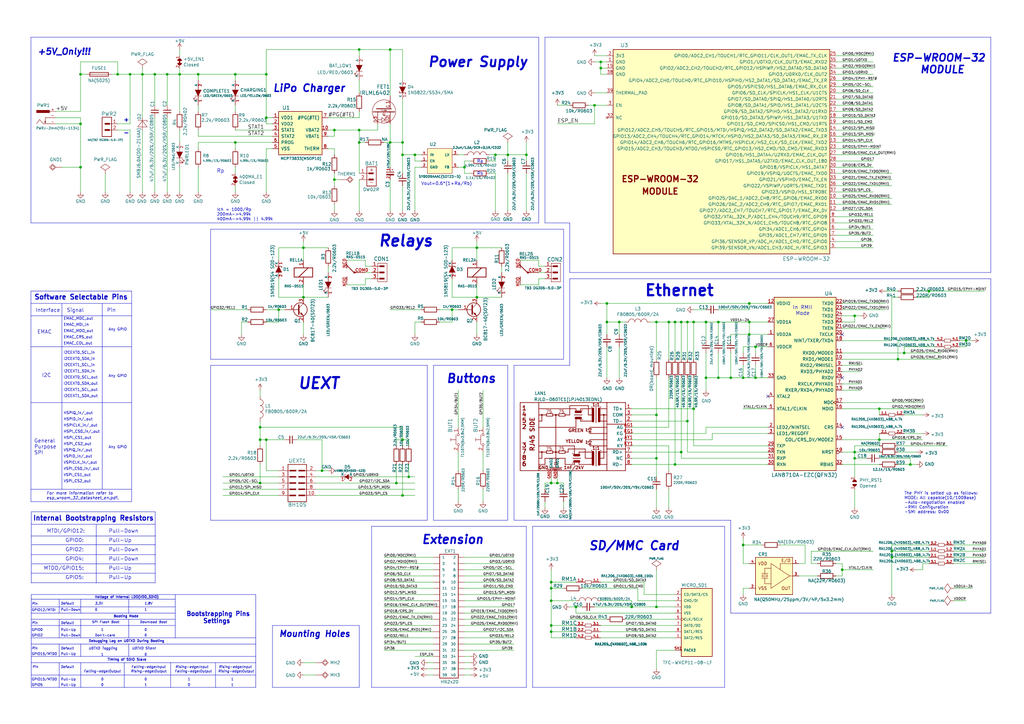
<source format=kicad_sch>
(kicad_sch (version 20230121) (generator eeschema)
  (paper "A3")
  (title_block (title "ESP32-EVB_Rev_A") (company "OLIMEX LTD.") (comment 1 "https://www.olimex.com"))
  (junction (at 167.64 195.58))
  (junction (at 63.5 30.48))
  (junction (at 307.34 132.08))
  (junction (at 215.9 63.5))
  (junction (at 281.94 132.08))
  (junction (at 106.68 175.26))
  (junction (at 124.46 121.92))
  (junction (at 53.34 30.48))
  (junction (at 360.68 167.64))
  (junction (at 350.52 129.54))
  (junction (at 276.86 132.08))
  (junction (at 58.42 30.48))
  (junction (at 73.66 30.48))
  (junction (at 289.56 154.94))
  (junction (at 33.02 68.58))
  (junction (at 396.24 139.7))
  (junction (at 350.52 185.42))
  (junction (at 281.94 172.72))
  (junction (at 294.64 132.08))
  (junction (at 269.24 132.08))
  (junction (at 254 132.08))
  (junction (at 248.92 124.46))
  (junction (at 304.8 154.94))
  (junction (at 370.84 144.78))
  (junction (at 165.1 58.42))
  (junction (at 307.34 124.46))
  (junction (at 124.46 101.6))
  (junction (at 269.24 187.96))
  (junction (at 289.56 132.08))
  (junction (at 243.84 43.18))
  (junction (at 246.38 25.4))
  (junction (at 248.92 132.08))
  (junction (at 208.28 63.5))
  (junction (at 162.56 198.12))
  (junction (at 81.28 30.48))
  (junction (at 195.58 121.92))
  (junction (at 246.38 27.94))
  (junction (at 137.16 73.66))
  (junction (at 284.48 132.08))
  (junction (at 276.86 190.5))
  (junction (at 190.5 68.58))
  (junction (at 160.02 58.42))
  (junction (at 365.76 226.06))
  (junction (at 294.64 154.94))
  (junction (at 109.22 48.26))
  (junction (at 226.06 198.12))
  (junction (at 350.52 187.96))
  (junction (at 284.48 167.64))
  (junction (at 309.88 142.24))
  (junction (at 137.16 53.34))
  (junction (at 236.22 248.92))
  (junction (at 368.3 147.32))
  (junction (at 33.02 50.8))
  (junction (at 185.42 127))
  (junction (at 165.1 203.2))
  (junction (at 304.8 223.52))
  (junction (at 106.68 180.34))
  (junction (at 195.58 101.6))
  (junction (at 96.52 58.42))
  (junction (at 345.44 233.68))
  (junction (at 226.06 238.76))
  (junction (at 147.32 20.32))
  (junction (at 307.34 137.16))
  (junction (at 226.06 246.38))
  (junction (at 226.06 241.3))
  (junction (at 33.02 30.48))
  (junction (at 381 119.38))
  (junction (at 109.22 30.48))
  (junction (at 226.06 256.54))
  (junction (at 132.08 193.04))
  (junction (at 96.52 30.48))
  (junction (at 373.38 190.5))
  (junction (at 269.24 248.92))
  (junction (at 165.1 63.5))
  (junction (at 279.4 185.42))
  (junction (at 48.26 30.48))
  (junction (at 147.32 53.34))
  (junction (at 274.32 132.08))
  (junction (at 365.76 228.6))
  (junction (at 147.32 58.42))
  (junction (at 309.88 154.94))
  (junction (at 160.02 20.32))
  (junction (at 109.22 180.34))
  (junction (at 279.4 132.08))
  (junction (at 106.68 198.12))
  (junction (at 165.1 180.34))
  (junction (at 226.06 259.08))
  (junction (at 228.6 198.12))
  (junction (at 170.18 63.5))
  (junction (at 203.2 63.5))
  (junction (at 299.72 154.94))
  (junction (at 259.08 248.92))
  (junction (at 114.3 127))
  (junction (at 269.24 170.18))
  (junction (at 360.68 180.34))
  (junction (at 68.58 30.48))
  (no_connect (at 345.44 175.26))
  (no_connect (at 345.44 154.94))
  (no_connect (at 314.96 162.56))
  (no_connect (at 345.44 137.16))
  (wire (pts (xy 167.64 195.58) (xy 170.18 195.58)))
  (wire (pts (xy 307.34 241.3) (xy 304.8 241.3)))
  (wire (pts (xy 269.24 274.32) (xy 269.24 266.7)))
  (wire (pts (xy 177.8 261.62) (xy 157.48 261.62)))
  (wire (pts (xy 269.24 187.96) (xy 259.08 187.96)))
  (wire (pts (xy 63.5 30.48) (xy 68.58 30.48)))
  (wire (pts (xy 175.26 274.32) (xy 177.8 274.32)))
  (polyline (pts (xy 12.7 165.1) (xy 53.975 165.1)))
  (wire (pts (xy 187.96 175.26) (xy 187.96 160.02)))
  (wire (pts (xy 165.1 40.64) (xy 165.1 58.42)))
  (polyline (pts (xy 63.627 227.457) (xy 63.627 227.711)))
  (wire (pts (xy 284.48 182.88) (xy 314.96 182.88)))
  (wire (pts (xy 106.68 198.12) (xy 114.3 198.12)))
  (wire (pts (xy 342.9 76.2) (xy 365.76 76.2)))
  (wire (pts (xy 165.1 203.2) (xy 170.18 203.2)))
  (wire (pts (xy 292.1 177.8) (xy 292.1 180.34)))
  (wire (pts (xy 134.62 53.34) (xy 137.16 53.34)))
  (wire (pts (xy 109.22 60.96) (xy 109.22 78.74)))
  (wire (pts (xy 162.56 182.88) (xy 162.56 180.34)))
  (wire (pts (xy 167.64 180.34) (xy 167.64 182.88)))
  (wire (pts (xy 99.06 132.08) (xy 99.06 137.16)))
  (polyline (pts (xy 63.627 231.267) (xy 63.627 231.521)))
  (wire (pts (xy 129.54 193.04) (xy 132.08 193.04)))
  (wire (pts (xy 365.76 223.52) (xy 365.76 226.06)))
  (wire (pts (xy 345.44 233.68) (xy 358.14 233.68)))
  (wire (pts (xy 246.38 261.62) (xy 276.86 261.62)))
  (wire (pts (xy 106.68 180.34) (xy 106.68 182.88)))
  (wire (pts (xy 289.56 144.78) (xy 289.56 154.94)))
  (wire (pts (xy 63.5 30.48) (xy 63.5 43.18)))
  (wire (pts (xy 124.46 276.86) (xy 129.54 276.86)))
  (wire (pts (xy 203.2 71.12) (xy 200.66 71.12)))
  (wire (pts (xy 33.02 30.48) (xy 33.02 45.72)))
  (wire (pts (xy 124.46 121.92) (xy 124.46 116.84)))
  (wire (pts (xy 193.04 66.04) (xy 190.5 66.04)))
  (polyline (pts (xy 210.82 149.86) (xy 233.68 149.86)))
  (wire (pts (xy 160.02 39.37) (xy 160.02 20.32)))
  (wire (pts (xy 101.6 127) (xy 86.36 127)))
  (wire (pts (xy 111.76 60.96) (xy 109.22 60.96)))
  (polyline (pts (xy 86.36 147.32) (xy 231.14 147.32)))
  (wire (pts (xy 238.76 241.3) (xy 261.62 241.3)))
  (wire (pts (xy 350.52 129.54) (xy 353.06 129.54)))
  (wire (pts (xy 157.48 58.42) (xy 160.02 58.42)))
  (wire (pts (xy 276.86 243.84) (xy 264.16 243.84)))
  (wire (pts (xy 162.56 190.5) (xy 162.56 198.12)))
  (wire (pts (xy 68.58 30.48) (xy 68.58 43.18)))
  (polyline (pts (xy 233.68 149.86) (xy 233.68 114.3)))
  (wire (pts (xy 342.9 101.6) (xy 358.14 101.6)))
  (wire (pts (xy 368.3 190.5) (xy 373.38 190.5)))
  (wire (pts (xy 269.24 147.32) (xy 269.24 132.08)))
  (wire (pts (xy 345.44 160.02) (xy 353.06 160.02)))
  (wire (pts (xy 96.52 58.42) (xy 111.76 58.42)))
  (wire (pts (xy 342.9 78.74) (xy 358.14 78.74)))
  (wire (pts (xy 345.44 149.86) (xy 353.06 149.86)))
  (wire (pts (xy 261.62 246.38) (xy 276.86 246.38)))
  (wire (pts (xy 360.68 170.18) (xy 360.68 167.64)))
  (wire (pts (xy 177.8 233.68) (xy 157.48 233.68)))
  (wire (pts (xy 241.3 43.18) (xy 243.84 43.18)))
  (wire (pts (xy 345.44 124.46) (xy 363.22 124.46)))
  (wire (pts (xy 190.5 248.92) (xy 210.82 248.92)))
  (polyline (pts (xy 223.52 91.44) (xy 233.68 91.44)))
  (polyline (pts (xy 12.7 142.24) (xy 53.975 142.24)))
  (wire (pts (xy 101.6 132.08) (xy 99.06 132.08)))
  (polyline (pts (xy 208.28 149.86) (xy 177.8 149.86)))
  (wire (pts (xy 165.1 63.5) (xy 165.1 71.12)))
  (wire (pts (xy 109.22 30.48) (xy 109.22 48.26)))
  (wire (pts (xy 190.5 228.6) (xy 210.82 228.6)))
  (polyline (pts (xy 233.68 114.3) (xy 406.4 114.3)))
  (wire (pts (xy 248.92 132.08) (xy 248.92 137.16)))
  (wire (pts (xy 172.72 68.58) (xy 170.18 68.58)))
  (wire (pts (xy 314.96 167.64) (xy 304.8 167.64)))
  (wire (pts (xy 294.64 144.78) (xy 294.64 154.94)))
  (wire (pts (xy 58.42 78.74) (xy 58.42 53.34)))
  (wire (pts (xy 309.88 142.24) (xy 314.96 142.24)))
  (wire (pts (xy 383.54 142.24) (xy 370.84 142.24)))
  (wire (pts (xy 226.06 246.38) (xy 236.22 246.38)))
  (wire (pts (xy 396.24 142.24) (xy 396.24 139.7)))
  (wire (pts (xy 190.5 233.68) (xy 210.82 233.68)))
  (polyline (pts (xy 233.68 91.44) (xy 233.68 111.76)))
  (wire (pts (xy 350.52 185.42) (xy 360.68 185.42)))
  (wire (pts (xy 342.9 68.58) (xy 358.14 68.58)))
  (wire (pts (xy 58.42 30.48) (xy 58.42 48.26)))
  (wire (pts (xy 63.5 78.74) (xy 63.5 48.26)))
  (wire (pts (xy 243.84 43.18) (xy 248.92 43.18)))
  (wire (pts (xy 190.5 271.78) (xy 193.04 271.78)))
  (polyline (pts (xy 52.832 269.24) (xy 52.832 264.16)))
  (wire (pts (xy 114.3 114.3) (xy 114.3 121.92)))
  (wire (pts (xy 274.32 182.88) (xy 259.08 182.88)))
  (wire (pts (xy 154.94 53.34) (xy 154.94 50.8)))
  (wire (pts (xy 345.44 147.32) (xy 368.3 147.32)))
  (wire (pts (xy 134.62 55.88) (xy 137.16 55.88)))
  (polyline (pts (xy 24.257 271.78) (xy 24.257 281.94)))
  (polyline (pts (xy 210.82 213.36) (xy 299.72 213.36)))
  (wire (pts (xy 342.9 71.12) (xy 365.76 71.12)))
  (polyline (pts (xy 147.32 281.94) (xy 147.32 256.54)))
  (wire (pts (xy 68.58 78.74) (xy 68.58 48.26)))
  (wire (pts (xy 73.66 58.42) (xy 73.66 53.34)))
  (wire (pts (xy 281.94 154.94) (xy 281.94 172.72)))
  (wire (pts (xy 226.06 261.62) (xy 236.22 261.62)))
  (wire (pts (xy 185.42 114.3) (xy 185.42 121.92)))
  (wire (pts (xy 281.94 185.42) (xy 314.96 185.42)))
  (polyline (pts (xy 297.18 215.9) (xy 218.44 215.9)))
  (wire (pts (xy 33.02 45.72) (xy 22.86 45.72)))
  (wire (pts (xy 106.68 175.26) (xy 106.68 180.34)))
  (wire (pts (xy 58.42 30.48) (xy 63.5 30.48)))
  (wire (pts (xy 114.3 106.68) (xy 114.3 101.6)))
  (wire (pts (xy 373.38 187.96) (xy 373.38 190.5)))
  (wire (pts (xy 259.08 246.38) (xy 259.08 248.92)))
  (wire (pts (xy 299.72 137.16) (xy 307.34 137.16)))
  (polyline (pts (xy 406.4 15.24) (xy 223.52 15.24)))
  (wire (pts (xy 327.66 231.14) (xy 330.2 231.14)))
  (wire (pts (xy 342.9 58.42) (xy 358.14 58.42)))
  (wire (pts (xy 330.2 223.52) (xy 320.04 223.52)))
  (wire (pts (xy 226.06 246.38) (xy 226.06 256.54)))
  (polyline (pts (xy 12.827 245.745) (xy 71.882 245.745)))
  (wire (pts (xy 350.52 185.42) (xy 350.52 187.96)))
  (wire (pts (xy 180.34 132.08) (xy 185.42 132.08)))
  (wire (pts (xy 375.92 233.68) (xy 378.46 233.68)))
  (polyline (pts (xy 71.882 261.62) (xy 71.882 243.84)))
  (polyline (pts (xy 53.975 119.38) (xy 53.975 205.74)))
  (wire (pts (xy 172.72 66.04) (xy 170.18 66.04)))
  (wire (pts (xy 363.22 119.38) (xy 368.3 119.38)))
  (wire (pts (xy 111.76 48.26) (xy 109.22 48.26)))
  (wire (pts (xy 58.42 27.94) (xy 58.42 30.48)))
  (wire (pts (xy 81.28 30.48) (xy 96.52 30.48)))
  (wire (pts (xy 294.64 127) (xy 307.34 127)))
  (wire (pts (xy 274.32 147.32) (xy 274.32 132.08)))
  (wire (pts (xy 228.6 43.18) (xy 233.68 43.18)))
  (wire (pts (xy 304.8 142.24) (xy 309.88 142.24)))
  (wire (pts (xy 124.46 101.6) (xy 124.46 106.68)))
  (wire (pts (xy 231.14 205.74) (xy 231.14 208.28)))
  (wire (pts (xy 335.28 231.14) (xy 332.74 231.14)))
  (wire (pts (xy 269.24 248.92) (xy 276.86 248.92)))
  (polyline (pts (xy 13.081 231.267) (xy 63.627 231.267)))
  (wire (pts (xy 175.26 276.86) (xy 177.8 276.86)))
  (wire (pts (xy 220.98 116.84) (xy 213.36 116.84)))
  (wire (pts (xy 236.22 251.46) (xy 236.22 248.92)))
  (wire (pts (xy 96.52 30.48) (xy 109.22 30.48)))
  (wire (pts (xy 236.22 238.76) (xy 226.06 238.76)))
  (wire (pts (xy 124.46 271.78) (xy 129.54 271.78)))
  (wire (pts (xy 289.56 154.94) (xy 289.56 160.02)))
  (wire (pts (xy 342.9 33.02) (xy 358.14 33.02)))
  (wire (pts (xy 203.2 86.36) (xy 203.2 71.12)))
  (wire (pts (xy 147.32 45.72) (xy 147.32 48.26)))
  (wire (pts (xy 81.28 58.42) (xy 96.52 58.42)))
  (wire (pts (xy 309.88 154.94) (xy 309.88 149.86)))
  (wire (pts (xy 368.3 182.88) (xy 388.62 182.88)))
  (wire (pts (xy 345.44 231.14) (xy 345.44 233.68)))
  (wire (pts (xy 304.8 142.24) (xy 304.8 144.78)))
  (wire (pts (xy 378.46 177.8) (xy 370.84 177.8)))
  (wire (pts (xy 248.92 124.46) (xy 307.34 124.46)))
  (wire (pts (xy 248.92 254) (xy 233.68 254)))
  (wire (pts (xy 48.26 30.48) (xy 53.34 30.48)))
  (wire (pts (xy 124.46 99.06) (xy 124.46 101.6)))
  (wire (pts (xy 200.66 63.5) (xy 203.2 63.5)))
  (wire (pts (xy 269.24 154.94) (xy 269.24 170.18)))
  (polyline (pts (xy 299.72 251.46) (xy 406.4 251.46)))
  (wire (pts (xy 109.22 132.08) (xy 114.3 132.08)))
  (wire (pts (xy 147.32 53.34) (xy 147.32 58.42)))
  (wire (pts (xy 335.28 236.22) (xy 327.66 236.22)))
  (wire (pts (xy 203.2 66.04) (xy 203.2 63.5)))
  (polyline (pts (xy 12.7 15.24) (xy 12.7 91.44)))
  (wire (pts (xy 231.14 198.12) (xy 231.14 200.66)))
  (wire (pts (xy 360.68 182.88) (xy 350.52 182.88)))
  (wire (pts (xy 264.16 238.76) (xy 246.38 238.76)))
  (wire (pts (xy 162.56 198.12) (xy 170.18 198.12)))
  (polyline (pts (xy 215.9 281.94) (xy 215.9 215.9)))
  (polyline (pts (xy 12.827 254) (xy 71.882 254)))
  (wire (pts (xy 48.26 50.8) (xy 53.34 50.8)))
  (wire (pts (xy 187.96 63.5) (xy 190.5 63.5)))
  (wire (pts (xy 342.9 73.66) (xy 365.76 73.66)))
  (polyline (pts (xy 63.627 209.931) (xy 63.627 239.141)))
  (wire (pts (xy 165.1 20.32) (xy 165.1 33.02)))
  (wire (pts (xy 170.18 68.58) (xy 170.18 86.36)))
  (wire (pts (xy 165.1 190.5) (xy 165.1 203.2)))
  (wire (pts (xy 274.32 200.66) (xy 274.32 208.28)))
  (wire (pts (xy 269.24 187.96) (xy 269.24 195.58)))
  (wire (pts (xy 274.32 175.26) (xy 274.32 154.94)))
  (wire (pts (xy 160.02 58.42) (xy 160.02 68.58)))
  (wire (pts (xy 381 226.06) (xy 365.76 226.06)))
  (wire (pts (xy 190.5 231.14) (xy 210.82 231.14)))
  (wire (pts (xy 81.28 68.58) (xy 81.28 78.74)))
  (wire (pts (xy 149.86 116.84) (xy 142.24 116.84)))
  (wire (pts (xy 248.92 142.24) (xy 248.92 154.94)))
  (wire (pts (xy 360.68 167.64) (xy 378.46 167.64)))
  (polyline (pts (xy 33.147 264.16) (xy 33.147 269.24)))
  (wire (pts (xy 111.76 53.34) (xy 96.52 53.34)))
  (wire (pts (xy 345.44 127) (xy 363.22 127)))
  (wire (pts (xy 342.9 231.14) (xy 345.44 231.14)))
  (wire (pts (xy 223.52 114.3) (xy 220.98 114.3)))
  (wire (pts (xy 109.22 20.32) (xy 147.32 20.32)))
  (wire (pts (xy 152.4 114.3) (xy 149.86 114.3)))
  (wire (pts (xy 147.32 33.02) (xy 147.32 38.1)))
  (wire (pts (xy 177.8 251.46) (xy 157.48 251.46)))
  (wire (pts (xy 279.4 132.08) (xy 281.94 132.08)))
  (wire (pts (xy 342.9 83.82) (xy 365.76 83.82)))
  (wire (pts (xy 165.1 58.42) (xy 165.1 63.5)))
  (polyline (pts (xy 12.827 209.931) (xy 63.627 209.931)))
  (wire (pts (xy 149.86 58.42) (xy 147.32 58.42)))
  (wire (pts (xy 33.02 68.58) (xy 25.4 68.58)))
  (wire (pts (xy 48.26 25.4) (xy 48.26 30.48)))
  (polyline (pts (xy 63.627 219.837) (xy 63.627 219.583)))
  (wire (pts (xy 269.24 170.18) (xy 259.08 170.18)))
  (wire (pts (xy 304.8 154.94) (xy 309.88 154.94)))
  (wire (pts (xy 345.44 236.22) (xy 342.9 236.22)))
  (wire (pts (xy 193.04 274.32) (xy 190.5 274.32)))
  (wire (pts (xy 294.64 154.94) (xy 299.72 154.94)))
  (wire (pts (xy 195.58 101.6) (xy 195.58 106.68)))
  (wire (pts (xy 190.5 261.62) (xy 210.82 261.62)))
  (wire (pts (xy 375.92 185.42) (xy 368.3 185.42)))
  (wire (pts (xy 172.72 132.08) (xy 170.18 132.08)))
  (wire (pts (xy 304.8 241.3) (xy 304.8 243.84)))
  (polyline (pts (xy 41.91 124.46) (xy 41.91 200.66)))
  (polyline (pts (xy 152.4 215.9) (xy 152.4 281.94)))
  (wire (pts (xy 226.06 195.58) (xy 226.06 198.12)))
  (wire (pts (xy 360.68 187.96) (xy 373.38 187.96)))
  (wire (pts (xy 53.34 30.48) (xy 58.42 30.48)))
  (polyline (pts (xy 12.7 200.66) (xy 53.975 200.66)))
  (wire (pts (xy 53.34 50.8) (xy 53.34 30.48)))
  (wire (pts (xy 381 121.92) (xy 381 119.38)))
  (wire (pts (xy 195.58 99.06) (xy 195.58 101.6)))
  (wire (pts (xy 312.42 223.52) (xy 304.8 223.52)))
  (wire (pts (xy 360.68 180.34) (xy 378.46 180.34)))
  (wire (pts (xy 91.44 198.12) (xy 106.68 198.12)))
  (wire (pts (xy 284.48 167.64) (xy 259.08 167.64)))
  (wire (pts (xy 198.12 205.74) (xy 198.12 200.66)))
  (wire (pts (xy 223.52 205.74) (xy 223.52 208.28)))
  (wire (pts (xy 342.9 48.26) (xy 358.14 48.26)))
  (wire (pts (xy 22.86 48.26) (xy 33.02 48.26)))
  (wire (pts (xy 294.64 139.7) (xy 294.64 132.08)))
  (wire (pts (xy 177.8 269.24) (xy 170.18 269.24)))
  (wire (pts (xy 111.76 55.88) (xy 81.28 55.88)))
  (wire (pts (xy 149.86 106.68) (xy 142.24 106.68)))
  (polyline (pts (xy 63.627 223.393) (xy 63.627 223.647)))
  (polyline (pts (xy 33.147 245.745) (xy 33.147 251.46)))
  (wire (pts (xy 330.2 231.14) (xy 330.2 223.52)))
  (wire (pts (xy 185.42 132.08) (xy 185.42 127)))
  (wire (pts (xy 190.5 256.54) (xy 210.82 256.54)))
  (wire (pts (xy 342.9 81.28) (xy 365.76 81.28)))
  (wire (pts (xy 365.76 139.7) (xy 345.44 139.7)))
  (wire (pts (xy 345.44 129.54) (xy 350.52 129.54)))
  (wire (pts (xy 96.52 45.72) (xy 96.52 43.18)))
  (wire (pts (xy 190.5 66.04) (xy 190.5 68.58)))
  (polyline (pts (xy 218.44 281.94) (xy 297.18 281.94)))
  (wire (pts (xy 289.56 177.8) (xy 259.08 177.8)))
  (wire (pts (xy 208.28 58.42) (xy 208.28 63.5)))
  (wire (pts (xy 187.96 193.04) (xy 187.96 185.42)))
  (wire (pts (xy 81.28 55.88) (xy 81.28 53.34)))
  (wire (pts (xy 281.94 147.32) (xy 281.94 132.08)))
  (wire (pts (xy 332.74 231.14) (xy 332.74 226.06)))
  (wire (pts (xy 370.84 142.24) (xy 370.84 144.78)))
  (wire (pts (xy 22.86 50.8) (xy 33.02 50.8)))
  (wire (pts (xy 185.42 121.92) (xy 195.58 121.92)))
  (polyline (pts (xy 69.977 271.78) (xy 69.977 281.94)))
  (wire (pts (xy 73.66 30.48) (xy 73.66 45.72)))
  (wire (pts (xy 109.22 48.26) (xy 109.22 50.8)))
  (wire (pts (xy 177.8 256.54) (xy 157.48 256.54)))
  (wire (pts (xy 220.98 109.22) (xy 220.98 106.68)))
  (wire (pts (xy 391.16 231.14) (xy 403.86 231.14)))
  (polyline (pts (xy 231.14 93.98) (xy 86.36 93.98)))
  (wire (pts (xy 345.44 180.34) (xy 360.68 180.34)))
  (wire (pts (xy 246.38 25.4) (xy 246.38 27.94)))
  (wire (pts (xy 360.68 190.5) (xy 345.44 190.5)))
  (polyline (pts (xy 12.827 215.011) (xy 63.627 215.011)))
  (wire (pts (xy 175.26 271.78) (xy 177.8 271.78)))
  (polyline (pts (xy 12.827 219.837) (xy 63.627 219.837)))
  (wire (pts (xy 307.34 124.46) (xy 314.96 124.46)))
  (wire (pts (xy 137.16 86.36) (xy 137.16 83.82)))
  (polyline (pts (xy 111.76 281.94) (xy 147.32 281.94)))
  (wire (pts (xy 228.6 198.12) (xy 231.14 198.12)))
  (wire (pts (xy 48.26 53.34) (xy 53.34 53.34)))
  (wire (pts (xy 177.8 264.16) (xy 157.48 264.16)))
  (wire (pts (xy 226.06 256.54) (xy 236.22 256.54)))
  (wire (pts (xy 190.5 254) (xy 210.82 254)))
  (polyline (pts (xy 297.18 281.94) (xy 297.18 215.9)))
  (wire (pts (xy 365.76 139.7) (xy 365.76 121.92)))
  (wire (pts (xy 259.08 190.5) (xy 276.86 190.5)))
  (wire (pts (xy 33.02 48.26) (xy 33.02 50.8)))
  (wire (pts (xy 350.52 187.96) (xy 355.6 187.96)))
  (wire (pts (xy 137.16 73.66) (xy 137.16 76.2)))
  (wire (pts (xy 276.86 154.94) (xy 276.86 190.5)))
  (wire (pts (xy 147.32 58.42) (xy 147.32 71.12)))
  (wire (pts (xy 190.5 241.3) (xy 210.82 241.3)))
  (wire (pts (xy 342.9 40.64) (xy 358.14 40.64)))
  (polyline (pts (xy 52.832 254) (xy 52.832 261.62)))
  (wire (pts (xy 172.72 127) (xy 160.02 127)))
  (wire (pts (xy 73.66 30.48) (xy 81.28 30.48)))
  (wire (pts (xy 185.42 106.68) (xy 185.42 101.6)))
  (wire (pts (xy 226.06 256.54) (xy 226.06 259.08)))
  (polyline (pts (xy 406.4 15.24) (xy 406.4 111.76)))
  (polyline (pts (xy 12.7 129.54) (xy 53.975 129.54)))
  (wire (pts (xy 391.16 241.3) (xy 398.78 241.3)))
  (wire (pts (xy 248.92 132.08) (xy 254 132.08)))
  (wire (pts (xy 226.06 198.12) (xy 228.6 198.12)))
  (polyline (pts (xy 86.36 93.98) (xy 86.36 147.32)))
  (wire (pts (xy 304.8 231.14) (xy 307.34 231.14)))
  (wire (pts (xy 299.72 137.16) (xy 299.72 139.7)))
  (polyline (pts (xy 218.44 215.9) (xy 218.44 281.94)))
  (wire (pts (xy 246.38 246.38) (xy 259.08 246.38)))
  (polyline (pts (xy 223.52 15.24) (xy 223.52 91.44)))
  (wire (pts (xy 314.96 177.8) (xy 292.1 177.8)))
  (wire (pts (xy 137.16 60.96) (xy 134.62 60.96)))
  (wire (pts (xy 350.52 187.96) (xy 350.52 195.58)))
  (wire (pts (xy 132.08 180.34) (xy 132.08 193.04)))
  (wire (pts (xy 284.48 154.94) (xy 284.48 167.64)))
  (wire (pts (xy 109.22 180.34) (xy 116.84 180.34)))
  (wire (pts (xy 391.16 226.06) (xy 403.86 226.06)))
  (wire (pts (xy 96.52 71.12) (xy 96.52 68.58)))
  (wire (pts (xy 177.8 238.76) (xy 157.48 238.76)))
  (polyline (pts (xy 12.7 124.46) (xy 53.975 124.46)))
  (wire (pts (xy 43.18 78.74) (xy 43.18 71.12)))
  (wire (pts (xy 205.74 109.22) (xy 205.74 111.76)))
  (wire (pts (xy 274.32 132.08) (xy 276.86 132.08)))
  (wire (pts (xy 144.78 195.58) (xy 167.64 195.58)))
  (wire (pts (xy 223.52 198.12) (xy 226.06 198.12)))
  (wire (pts (xy 243.84 25.4) (xy 246.38 25.4)))
  (wire (pts (xy 114.3 203.2) (xy 91.44 203.2)))
  (polyline (pts (xy 24.257 245.745) (xy 24.257 251.46)))
  (wire (pts (xy 289.56 127) (xy 284.48 127)))
  (wire (pts (xy 350.52 208.28) (xy 350.52 200.66)))
  (wire (pts (xy 81.28 45.72) (xy 81.28 43.18)))
  (wire (pts (xy 96.52 30.48) (xy 96.52 33.02)))
  (wire (pts (xy 248.92 38.1) (xy 243.84 38.1)))
  (wire (pts (xy 195.58 121.92) (xy 205.74 121.92)))
  (wire (pts (xy 342.9 55.88) (xy 358.14 55.88)))
  (wire (pts (xy 114.3 132.08) (xy 114.3 127)))
  (polyline (pts (xy 13.081 223.393) (xy 63.627 223.393)))
  (wire (pts (xy 269.24 266.7) (xy 276.86 266.7)))
  (wire (pts (xy 345.44 144.78) (xy 370.84 144.78)))
  (wire (pts (xy 279.4 154.94) (xy 279.4 185.42)))
  (wire (pts (xy 279.4 147.32) (xy 279.4 132.08)))
  (wire (pts (xy 289.56 154.94) (xy 294.64 154.94)))
  (wire (pts (xy 284.48 147.32) (xy 284.48 132.08)))
  (wire (pts (xy 381 228.6) (xy 365.76 228.6)))
  (wire (pts (xy 129.54 198.12) (xy 162.56 198.12)))
  (wire (pts (xy 360.68 60.96) (xy 342.9 60.96)))
  (wire (pts (xy 223.52 200.66) (xy 223.52 198.12)))
  (wire (pts (xy 190.5 251.46) (xy 210.82 251.46)))
  (wire (pts (xy 345.44 233.68) (xy 345.44 236.22)))
  (wire (pts (xy 276.86 147.32) (xy 276.86 132.08)))
  (wire (pts (xy 226.06 238.76) (xy 226.06 241.3)))
  (wire (pts (xy 246.38 259.08) (xy 276.86 259.08)))
  (polyline (pts (xy 12.827 227.457) (xy 63.627 227.457)))
  (wire (pts (xy 243.84 248.92) (xy 259.08 248.92)))
  (polyline (pts (xy 208.28 213.36) (xy 208.28 149.86)))
  (wire (pts (xy 342.9 86.36) (xy 358.14 86.36)))
  (wire (pts (xy 33.02 50.8) (xy 33.02 68.58)))
  (wire (pts (xy 147.32 53.34) (xy 154.94 53.34)))
  (wire (pts (xy 33.02 25.4) (xy 48.26 25.4)))
  (wire (pts (xy 152.4 109.22) (xy 149.86 109.22)))
  (polyline (pts (xy 12.7 119.38) (xy 53.975 119.38)))
  (wire (pts (xy 124.46 121.92) (xy 134.62 121.92)))
  (wire (pts (xy 165.1 180.34) (xy 165.1 182.88)))
  (wire (pts (xy 165.1 180.34) (xy 167.64 180.34)))
  (wire (pts (xy 381 223.52) (xy 365.76 223.52)))
  (wire (pts (xy 284.48 167.64) (xy 284.48 182.88)))
  (wire (pts (xy 170.18 63.5) (xy 172.72 63.5)))
  (polyline (pts (xy 12.827 276.86) (xy 104.902 276.86)))
  (wire (pts (xy 365.76 121.92) (xy 368.3 121.92)))
  (wire (pts (xy 345.44 132.08) (xy 350.52 132.08)))
  (polyline (pts (xy 147.32 256.54) (xy 111.76 256.54)))
  (wire (pts (xy 114.3 101.6) (xy 124.46 101.6)))
  (wire (pts (xy 165.1 175.26) (xy 165.1 180.34)))
  (wire (pts (xy 314.96 175.26) (xy 289.56 175.26)))
  (wire (pts (xy 375.92 119.38) (xy 381 119.38)))
  (wire (pts (xy 378.46 231.14) (xy 381 231.14)))
  (wire (pts (xy 190.5 264.16) (xy 210.82 264.16)))
  (wire (pts (xy 342.9 35.56) (xy 358.14 35.56)))
  (wire (pts (xy 246.38 30.48) (xy 248.92 30.48)))
  (wire (pts (xy 259.08 248.92) (xy 269.24 248.92)))
  (wire (pts (xy 279.4 185.42) (xy 279.4 187.96)))
  (wire (pts (xy 195.58 121.92) (xy 195.58 116.84)))
  (wire (pts (xy 177.8 243.84) (xy 157.48 243.84)))
  (polyline (pts (xy 210.82 149.86) (xy 210.82 213.36)))
  (wire (pts (xy 167.64 190.5) (xy 167.64 195.58)))
  (wire (pts (xy 342.9 88.9) (xy 358.14 88.9)))
  (polyline (pts (xy 12.827 256.54) (xy 71.882 256.54)))
  (wire (pts (xy 106.68 162.56) (xy 106.68 160.02)))
  (wire (pts (xy 243.84 50.8) (xy 228.6 50.8)))
  (wire (pts (xy 226.06 259.08) (xy 236.22 259.08)))
  (wire (pts (xy 198.12 175.26) (xy 198.12 160.02)))
  (wire (pts (xy 177.8 241.3) (xy 157.48 241.3)))
  (wire (pts (xy 368.3 147.32) (xy 386.08 147.32)))
  (polyline (pts (xy 12.827 281.94) (xy 104.902 281.94)))
  (wire (pts (xy 342.9 91.44) (xy 358.14 91.44)))
  (wire (pts (xy 226.06 233.68) (xy 226.06 238.76)))
  (wire (pts (xy 33.02 30.48) (xy 35.56 30.48)))
  (wire (pts (xy 226.06 259.08) (xy 226.06 261.62)))
  (wire (pts (xy 109.22 127) (xy 114.3 127)))
  (wire (pts (xy 137.16 71.12) (xy 137.16 73.66)))
  (wire (pts (xy 106.68 190.5) (xy 106.68 198.12)))
  (wire (pts (xy 281.94 172.72) (xy 281.94 185.42)))
  (polyline (pts (xy 25.4 124.46) (xy 25.4 200.66)))
  (wire (pts (xy 68.58 30.48) (xy 73.66 30.48)))
  (wire (pts (xy 134.62 109.22) (xy 134.62 111.76)))
  (wire (pts (xy 391.16 223.52) (xy 403.86 223.52)))
  (polyline (pts (xy 220.98 15.24) (xy 220.98 91.44)))
  (wire (pts (xy 190.5 68.58) (xy 190.5 71.12)))
  (wire (pts (xy 187.96 68.58) (xy 190.5 68.58)))
  (polyline (pts (xy 12.827 248.92) (xy 71.882 248.92)))
  (wire (pts (xy 342.9 96.52) (xy 358.14 96.52)))
  (wire (pts (xy 215.9 58.42) (xy 215.9 63.5)))
  (polyline (pts (xy 86.36 149.86) (xy 86.36 213.36)))
  (wire (pts (xy 147.32 20.32) (xy 160.02 20.32)))
  (polyline (pts (xy 12.827 209.931) (xy 12.827 239.141)))
  (wire (pts (xy 236.22 248.92) (xy 238.76 248.92)))
  (wire (pts (xy 368.3 139.7) (xy 368.3 147.32)))
  (wire (pts (xy 391.16 246.38) (xy 396.24 246.38)))
  (wire (pts (xy 342.9 45.72) (xy 358.14 45.72)))
  (wire (pts (xy 73.66 22.86) (xy 73.66 20.32)))
  (wire (pts (xy 132.08 193.04) (xy 134.62 193.04)))
  (polyline (pts (xy 299.72 213.36) (xy 299.72 251.46)))
  (wire (pts (xy 342.9 50.8) (xy 358.14 50.8)))
  (wire (pts (xy 137.16 63.5) (xy 137.16 60.96)))
  (wire (pts (xy 299.72 154.94) (xy 304.8 154.94)))
  (wire (pts (xy 139.7 195.58) (xy 129.54 195.58)))
  (wire (pts (xy 114.3 200.66) (xy 91.44 200.66)))
  (polyline (pts (xy 233.68 111.76) (xy 406.4 111.76)))
  (wire (pts (xy 228.6 195.58) (xy 228.6 198.12)))
  (wire (pts (xy 220.98 106.68) (xy 213.36 106.68)))
  (wire (pts (xy 284.48 132.08) (xy 289.56 132.08)))
  (wire (pts (xy 170.18 132.08) (xy 170.18 137.16)))
  (wire (pts (xy 223.52 111.76) (xy 220.98 111.76)))
  (wire (pts (xy 266.7 132.08) (xy 269.24 132.08)))
  (wire (pts (xy 177.8 228.6) (xy 157.48 228.6)))
  (polyline (pts (xy 111.76 256.54) (xy 111.76 281.94)))
  (polyline (pts (xy 12.7 15.24) (xy 220.98 15.24)))
  (polyline (pts (xy 231.14 147.32) (xy 231.14 93.98)))
  (polyline (pts (xy 33.147 271.78) (xy 33.147 281.94)))
  (wire (pts (xy 350.52 182.88) (xy 350.52 185.42)))
  (wire (pts (xy 45.72 30.48) (xy 48.26 30.48)))
  (wire (pts (xy 165.1 175.26) (xy 106.68 175.26)))
  (wire (pts (xy 180.34 127) (xy 185.42 127)))
  (wire (pts (xy 393.7 139.7) (xy 396.24 139.7)))
  (polyline (pts (xy 12.7 205.74) (xy 12.7 119.38)))
  (wire (pts (xy 276.86 190.5) (xy 314.96 190.5)))
  (polyline (pts (xy 50.927 271.78) (xy 50.927 281.94)))
  (wire (pts (xy 342.9 25.4) (xy 358.14 25.4)))
  (wire (pts (xy 73.66 27.94) (xy 73.66 30.48)))
  (wire (pts (xy 147.32 86.36) (xy 147.32 73.66)))
  (wire (pts (xy 109.22 193.04) (xy 109.22 180.34)))
  (wire (pts (xy 289.56 132.08) (xy 294.64 132.08)))
  (wire (pts (xy 276.86 254) (xy 256.54 254)))
  (polyline (pts (xy 12.827 243.84) (xy 12.827 281.94)))
  (wire (pts (xy 177.8 248.92) (xy 157.48 248.92)))
  (wire (pts (xy 177.8 254) (xy 157.48 254)))
  (polyline (pts (xy 12.827 271.78) (xy 104.902 271.78)))
  (wire (pts (xy 248.92 124.46) (xy 248.92 132.08)))
  (wire (pts (xy 223.52 109.22) (xy 220.98 109.22)))
  (wire (pts (xy 170.18 66.04) (xy 170.18 63.5)))
  (wire (pts (xy 187.96 205.74) (xy 187.96 200.66)))
  (wire (pts (xy 345.44 165.1) (xy 378.46 165.1)))
  (polyline (pts (xy 12.827 239.014) (xy 63.627 239.014)))
  (wire (pts (xy 345.44 134.62) (xy 363.22 134.62)))
  (polyline (pts (xy 175.26 149.86) (xy 86.36 149.86)))
  (wire (pts (xy 246.38 25.4) (xy 248.92 25.4)))
  (wire (pts (xy 276.86 251.46) (xy 236.22 251.46)))
  (wire (pts (xy 81.28 60.96) (xy 81.28 58.42)))
  (wire (pts (xy 129.54 203.2) (xy 165.1 203.2)))
  (wire (pts (xy 269.24 170.18) (xy 269.24 187.96)))
  (wire (pts (xy 243.84 22.86) (xy 248.92 22.86)))
  (wire (pts (xy 304.8 154.94) (xy 304.8 149.86)))
  (wire (pts (xy 370.84 144.78) (xy 386.08 144.78)))
  (wire (pts (xy 190.5 243.84) (xy 210.82 243.84)))
  (wire (pts (xy 307.34 127) (xy 307.34 124.46)))
  (wire (pts (xy 190.5 71.12) (xy 193.04 71.12)))
  (wire (pts (xy 160.02 73.66) (xy 160.02 86.36)))
  (wire (pts (xy 342.9 38.1) (xy 358.14 38.1)))
  (wire (pts (xy 33.02 25.4) (xy 33.02 30.48)))
  (wire (pts (xy 152.4 111.76) (xy 149.86 111.76)))
  (wire (pts (xy 246.38 27.94) (xy 246.38 30.48)))
  (wire (pts (xy 304.8 220.98) (xy 304.8 223.52)))
  (wire (pts (xy 269.24 233.68) (xy 269.24 248.92)))
  (polyline (pts (xy 175.26 213.36) (xy 175.26 149.86)))
  (polyline (pts (xy 12.827 269.24) (xy 104.902 269.24)))
  (wire (pts (xy 208.28 71.12) (xy 208.28 86.36)))
  (wire (pts (xy 185.42 101.6) (xy 195.58 101.6)))
  (wire (pts (xy 269.24 200.66) (xy 269.24 208.28)))
  (wire (pts (xy 114.3 195.58) (xy 91.44 195.58)))
  (wire (pts (xy 342.9 43.18) (xy 358.14 43.18)))
  (wire (pts (xy 373.38 190.5) (xy 375.92 190.5)))
  (wire (pts (xy 160.02 50.8) (xy 160.02 58.42)))
  (wire (pts (xy 149.86 114.3) (xy 149.86 116.84)))
  (wire (pts (xy 190.5 238.76) (xy 210.82 238.76)))
  (wire (pts (xy 360.68 177.8) (xy 360.68 180.34)))
  (wire (pts (xy 383.54 139.7) (xy 368.3 139.7)))
  (wire (pts (xy 269.24 132.08) (xy 274.32 132.08)))
  (wire (pts (xy 246.38 256.54) (xy 276.86 256.54)))
  (wire (pts (xy 177.8 236.22) (xy 157.48 236.22)))
  (polyline (pts (xy 12.827 261.62) (xy 104.902 261.62)))
  (wire (pts (xy 307.34 132.08) (xy 314.96 132.08)))
  (wire (pts (xy 345.44 157.48) (xy 353.06 157.48)))
  (wire (pts (xy 345.44 167.64) (xy 360.68 167.64)))
  (wire (pts (xy 307.34 137.16) (xy 314.96 137.16)))
  (wire (pts (xy 294.64 132.08) (xy 307.34 132.08)))
  (wire (pts (xy 304.8 223.52) (xy 304.8 231.14)))
  (wire (pts (xy 106.68 172.72) (xy 106.68 175.26)))
  (wire (pts (xy 109.22 50.8) (xy 111.76 50.8)))
  (wire (pts (xy 226.06 241.3) (xy 226.06 246.38)))
  (wire (pts (xy 160.02 20.32) (xy 165.1 20.32)))
  (wire (pts (xy 276.86 132.08) (xy 279.4 132.08)))
  (wire (pts (xy 345.44 185.42) (xy 350.52 185.42)))
  (wire (pts (xy 365.76 228.6) (xy 365.76 243.84)))
  (polyline (pts (xy 12.827 264.16) (xy 104.902 264.16)))
  (wire (pts (xy 289.56 175.26) (xy 289.56 177.8)))
  (polyline (pts (xy 12.827 243.84) (xy 104.902 243.84)))
  (wire (pts (xy 190.5 266.7) (xy 210.82 266.7)))
  (wire (pts (xy 96.52 60.96) (xy 96.52 58.42)))
  (polyline (pts (xy 24.257 254) (xy 24.257 261.62)))
  (wire (pts (xy 185.42 127) (xy 187.96 127)))
  (wire (pts (xy 332.74 226.06) (xy 358.14 226.06)))
  (wire (pts (xy 233.68 248.92) (xy 236.22 248.92)))
  (wire (pts (xy 342.9 27.94) (xy 358.14 27.94)))
  (wire (pts (xy 190.5 246.38) (xy 210.82 246.38)))
  (polyline (pts (xy 12.827 251.46) (xy 71.882 251.46)))
  (polyline (pts (xy 86.36 213.36) (xy 175.26 213.36)))
  (wire (pts (xy 345.44 152.4) (xy 353.06 152.4)))
  (wire (pts (xy 177.8 246.38) (xy 157.48 246.38)))
  (wire (pts (xy 248.92 27.94) (xy 246.38 27.94)))
  (wire (pts (xy 307.34 132.08) (xy 307.34 137.16)))
  (wire (pts (xy 299.72 144.78) (xy 299.72 154.94)))
  (wire (pts (xy 177.8 266.7) (xy 157.48 266.7)))
  (wire (pts (xy 114.3 193.04) (xy 109.22 193.04)))
  (wire (pts (xy 342.9 66.04) (xy 358.14 66.04)))
  (wire (pts (xy 96.52 76.2) (xy 96.52 78.74)))
  (wire (pts (xy 378.46 170.18) (xy 370.84 170.18)))
  (wire (pts (xy 177.8 259.08) (xy 157.48 259.08)))
  (wire (pts (xy 124.46 137.16) (xy 124.46 132.08)))
  (wire (pts (xy 342.9 30.48) (xy 358.14 30.48)))
  (wire (pts (xy 190.5 259.08) (xy 210.82 259.08)))
  (wire (pts (xy 53.34 53.34) (xy 53.34 78.74)))
  (polyline (pts (xy 406.4 251.46) (xy 406.4 114.3)))
  (wire (pts (xy 246.38 124.46) (xy 248.92 124.46)))
  (wire (pts (xy 193.04 269.24) (xy 190.5 269.24)))
  (wire (pts (xy 292.1 180.34) (xy 259.08 180.34)))
  (wire (pts (xy 375.92 121.92) (xy 381 121.92)))
  (polyline (pts (xy 52.832 245.745) (xy 52.832 251.46)))
  (wire (pts (xy 261.62 241.3) (xy 261.62 246.38)))
  (wire (pts (xy 165.1 63.5) (xy 170.18 63.5)))
  (wire (pts (xy 342.9 53.34) (xy 358.14 53.34)))
  (wire (pts (xy 198.12 193.04) (xy 198.12 185.42)))
  (polyline (pts (xy 177.8 213.36) (xy 208.28 213.36)))
  (wire (pts (xy 350.52 132.08) (xy 350.52 129.54)))
  (wire (pts (xy 391.16 228.6) (xy 403.86 228.6)))
  (polyline (pts (xy 33.147 254) (xy 33.147 261.62)))
  (wire (pts (xy 381 119.38) (xy 403.86 119.38)))
  (wire (pts (xy 81.28 30.48) (xy 81.28 33.02)))
  (wire (pts (xy 195.58 101.6) (xy 205.74 101.6)))
  (wire (pts (xy 243.84 50.8) (xy 243.84 43.18)))
  (wire (pts (xy 342.9 99.06) (xy 358.14 99.06)))
  (polyline (pts (xy 152.4 281.94) (xy 215.9 281.94)))
  (wire (pts (xy 279.4 187.96) (xy 314.96 187.96)))
  (wire (pts (xy 137.16 55.88) (xy 137.16 53.34)))
  (wire (pts (xy 215.9 71.12) (xy 215.9 86.36)))
  (wire (pts (xy 149.86 109.22) (xy 149.86 106.68)))
  (polyline (pts (xy 39.497 215.011) (xy 39.497 239.141)))
  (wire (pts (xy 203.2 63.5) (xy 208.28 63.5)))
  (wire (pts (xy 393.7 142.24) (xy 396.24 142.24)))
  (wire (pts (xy 165.1 76.2) (xy 165.1 86.36)))
  (wire (pts (xy 121.92 180.34) (xy 132.08 180.34)))
  (polyline (pts (xy 12.827 235.077) (xy 63.627 235.077)))
  (wire (pts (xy 190.5 276.86) (xy 193.04 276.86)))
  (wire (pts (xy 254 142.24) (xy 254 154.94)))
  (wire (pts (xy 309.88 154.94) (xy 314.96 154.94)))
  (wire (pts (xy 106.68 180.34) (xy 109.22 180.34)))
  (polyline (pts (xy 24.257 264.16) (xy 24.257 269.24)))
  (wire (pts (xy 208.28 63.5) (xy 215.9 63.5)))
  (wire (pts (xy 147.32 22.86) (xy 147.32 20.32)))
  (wire (pts (xy 220.98 114.3) (xy 220.98 116.84)))
  (wire (pts (xy 274.32 193.04) (xy 274.32 182.88)))
  (wire (pts (xy 289.56 139.7) (xy 289.56 132.08)))
  (polyline (pts (xy 53.975 205.74) (xy 12.7 205.74)))
  (wire (pts (xy 114.3 127) (xy 116.84 127)))
  (wire (pts (xy 137.16 53.34) (xy 147.32 53.34)))
  (wire (pts (xy 281.94 172.72) (xy 259.08 172.72)))
  (wire (pts (xy 254 132.08) (xy 256.54 132.08)))
  (wire (pts (xy 365.76 226.06) (xy 365.76 228.6)))
  (wire (pts (xy 226.06 241.3) (xy 231.14 241.3)))
  (wire (pts (xy 162.56 180.34) (xy 165.1 180.34)))
  (wire (pts (xy 215.9 63.5) (xy 215.9 66.04)))
  (wire (pts (xy 259.08 175.26) (xy 274.32 175.26)))
  (wire (pts (xy 254 137.16) (xy 254 132.08)))
  (wire (pts (xy 139.7 73.66) (xy 137.16 73.66)))
  (wire (pts (xy 378.46 233.68) (xy 378.46 231.14)))
  (polyline (pts (xy 215.9 215.9) (xy 152.4 215.9)))
  (wire (pts (xy 279.4 185.42) (xy 259.08 185.42)))
  (wire (pts (xy 129.54 200.66) (xy 170.18 200.66)))
  (wire (pts (xy 190.5 236.22) (xy 210.82 236.22)))
  (wire (pts (xy 281.94 132.08) (xy 284.48 132.08)))
  (wire (pts (xy 342.9 93.98) (xy 358.14 93.98)))
  (wire (pts (xy 342.9 22.86) (xy 358.14 22.86)))
  (wire (pts (xy 195.58 137.16) (xy 195.58 132.08)))
  (polyline (pts (xy 12.7 91.44) (xy 220.98 91.44)))
  (wire (pts (xy 33.02 68.58) (xy 33.02 78.74)))
  (wire (pts (xy 160.02 58.42) (xy 165.1 58.42)))
  (wire (pts (xy 124.46 101.6) (xy 134.62 101.6)))
  (wire (pts (xy 342.9 63.5) (xy 360.68 63.5)))
  (wire (pts (xy 208.28 63.5) (xy 208.28 66.04)))
  (polyline (pts (xy 104.902 281.94) (xy 104.902 243.84)))
  (wire (pts (xy 396.24 139.7) (xy 398.78 139.7)))
  (polyline (pts (xy 177.8 149.86) (xy 177.8 213.36)))
  (wire (pts (xy 147.32 48.26) (xy 134.62 48.26)))
  (wire (pts (xy 109.22 20.32) (xy 109.22 30.48)))
  (wire (pts (xy 309.88 144.78) (xy 309.88 142.24)))
  (wire (pts (xy 177.8 231.14) (xy 157.48 231.14)))
  (wire (pts (xy 73.66 78.74) (xy 73.66 68.58)))
  (wire (pts (xy 200.66 66.04) (xy 203.2 66.04)))
  (polyline (pts (xy 88.392 271.78) (xy 88.392 281.94)))
  (wire (pts (xy 264.16 243.84) (xy 264.16 238.76)))
  (wire (pts (xy 114.3 121.92) (xy 124.46 121.92)))
  (text "0" (at 41.402 279.4 0) (effects (font (size 0.9906 0.9906)) (justify left bottom)))
  (text "Pin" (at 12.954 256.286 0) (effects (font (size 0.9906 0.9906) italic) (justify left bottom)))
  (text "Pull-Down" (at 44.577 226.441 0) (effects (font (size 1.4986 1.4986)) (justify left bottom)))
  (text "GPIO0:" (at 26.797 222.631 0) (effects (font (size 1.4986 1.4986)) (justify left bottom)))
  (text "Pull-Up" (at 24.892 259.08 0) (effects (font (size 0.9906 0.9906)) (justify left bottom)))
  (text "0" (at 59.182 261.366 0) (effects (font (size 0.9906 0.9906)) (justify left bottom)))
  (text "I2CEXT0_SDA_out" (at 26.035 158.115 0) (effects (font (size 1.0922 1.0922)) (justify left bottom)))
  (text "GPIO5:" (at 26.797 237.871 0) (effects (font (size 1.4986 1.4986)) (justify left bottom)))
  (text "0" (at 76.962 281.686 0) (effects (font (size 0.9906 0.9906)) (justify left bottom)))
  (text "Any GPIO" (at 44.45 184.15 0) (effects (font (size 1.0922 1.0922)) (justify left bottom)))
  (text "HSPI_CS1_out" (at 26.035 180.34 0) (effects (font (size 1.0922 1.0922)) (justify left bottom)))
  (text "0" (at 59.182 259.08 0) (effects (font (size 0.9906 0.9906)) (justify left bottom)))
  (text "Default" (at 24.892 266.7 0) (effects (font (size 0.9906 0.9906) italic) (justify left bottom)))
  (text "Default" (at 24.892 274.32 0) (effects (font (size 0.9906 0.9906) italic) (justify left bottom)))
  (text "I2CEXT1_SDA_in" (at 26.035 153.035 0) (effects (font (size 1.0922 1.0922)) (justify left bottom)))
  (text "Booting Mode" (at 46.482 253.492 0) (effects (font (size 0.9906 0.9906) (thickness 0.1981) bold) (justify left bottom)))
  (text "Rising-edge:Output" (at 53.594 276.098 0) (effects (font (size 0.9906 0.9906) italic) (justify left bottom)))
  (text "Ich = 1000/Rp\n200mA->4.99k\n400mA->4.99k || 4.99k" (at 88.9 90.678 0) (effects (font (size 1.1938 1.1938)) (justify left bottom)))
  (text "I2CEXT0_SCL_in" (at 26.035 145.415 0) (effects (font (size 1.0922 1.0922)) (justify left bottom)))
  (text "HSPICLK_in/_out" (at 26.035 175.26 0) (effects (font (size 1.0922 1.0922)) (justify left bottom)))
  (text "Ethernet" (at 264.16 121.92 0) (effects (font (size 4.4958 4.4958) (thickness 0.8992) bold) (justify left bottom)))
  (text "0" (at 59.182 279.4 0) (effects (font (size 0.9906 0.9906)) (justify left bottom)))
  (text "VSPIQ_in/_out" (at 26.035 185.42 0) (effects (font (size 1.0922 1.0922)) (justify left bottom)))
  (text "VSPICLK_in/_out" (at 26.035 190.5 0) (effects (font (size 1.0922 1.0922)) (justify left bottom)))
  (text "Pull-Down" (at 24.892 261.366 0) (effects (font (size 0.9906 0.9906)) (justify left bottom)))
  (text "In RMII\n Mode\n" (at 325.12 129.54 0) (effects (font (size 1.4986 1.4986)) (justify left bottom)))
  (text "1.8V" (at 59.182 248.285 0) (effects (font (size 0.9906 0.9906) italic) (justify left bottom)))
  (text "MTDI/GPIO12:" (at 19.177 218.821 0) (effects (font (size 1.4986 1.4986)) (justify left bottom)))
  (text "I2CEXT1_SCL_out" (at 26.035 160.655 0) (effects (font (size 1.0922 1.0922)) (justify left bottom)))
  (text "GPIO4:" (at 26.797 230.251 0) (effects (font (size 1.4986 1.4986)) (justify left bottom)))
  (text "1" (at 59.182 281.686 0) (effects (font (size 0.9906 0.9906)) (justify left bottom)))
  (text "EMAC_MDI_in" (at 26.035 133.985 0) (effects (font (size 1.0922 1.0922)) (justify left bottom)))
  (text "MTDO/GPIO15:" (at 17.907 234.061 0) (effects (font (size 1.4986 1.4986)) (justify left bottom)))
  (text "Signal" (at 27.305 128.27 0) (effects (font (size 1.4986 1.4986)) (justify left bottom)))
  (text "0" (at 41.402 281.686 0) (effects (font (size 0.9906 0.9906)) (justify left bottom)))
  (text "LiPo Charger" (at 111.76 38.1 0) (effects (font (size 2.9972 2.9972) (thickness 0.5994) bold italic) (justify left bottom)))
  (text "VSPI_CS2_out" (at 26.035 198.12 0) (effects (font (size 1.0922 1.0922)) (justify left bottom)))
  (text "Pull-Down" (at 44.577 230.251 0) (effects (font (size 1.4986 1.4986)) (justify left bottom)))
  (text "VSPID_in/_out" (at 26.035 187.96 0) (effects (font (size 1.0922 1.0922)) (justify left bottom)))
  (text "1" (at 41.402 259.08 0) (effects (font (size 0.9906 0.9906)) (justify left bottom)))
  (text "Any GPIO" (at 44.45 154.94 0) (effects (font (size 1.0922 1.0922)) (justify left bottom)))
  (text "GPIO2" (at 12.954 261.366 0) (effects (font (size 0.9906 0.9906)) (justify left bottom)))
  (text "1" (at 59.182 250.825 0) (effects (font (size 0.9906 0.9906)) (justify left bottom)))
  (text "For more information refer to \nesp_wroom_32_datasheet_en.pdf." (at 19.05 205.105 0) (effects (font (size 1.1938 1.1938) italic) (justify left bottom)))
  (text "EMAC_MDC_out" (at 26.035 131.445 0) (effects (font (size 1.0922 1.0922)) (justify left bottom)))
  (text "Falling-edge:Input" (at 53.848 274.32 0) (effects (font (size 0.9906 0.9906) italic) (justify left bottom)))
  (text "General\nPurpose\nSPI" (at 13.97 186.69 0) (effects (font (size 1.4986 1.4986)) (justify left bottom)))
  (text "Voltage of Internal LDO(VDD_SDIO)" (at 38.862 245.618 0) (effects (font (size 0.9906 0.9906) (thickness 0.1981) bold) (justify left bottom)))
  (text "HSPIQ_in/_out" (at 26.035 170.18 0) (effects (font (size 1.0922 1.0922)) (justify left bottom)))
  (text "Mounting Holes" (at 114.3 261.62 0) (effects (font (size 2.4892 2.4892) (thickness 0.4978) bold italic) (justify left bottom)))
  (text "Rising-edge:Output" (at 89.408 276.098 0) (effects (font (size 0.9906 0.9906) italic) (justify left bottom)))
  (text "GPIO5" (at 12.954 281.686 0) (effects (font (size 0.9906 0.9906)) (justify left bottom)))
  (text "Falling-edge:Output" (at 71.628 276.098 0) (effects (font (size 0.9906 0.9906) italic) (justify left bottom)))
  (text "EMAC_COL_out" (at 26.035 141.605 0) (effects (font (size 1.0922 1.0922)) (justify left bottom)))
  (text "Default" (at 24.892 248.285 0) (effects (font (size 0.9906 0.9906) italic) (justify left bottom)))
  (text "1" (at 41.402 269.24 0) (effects (font (size 0.9906 0.9906)) (justify left bottom)))
  (text "Pull-Down" (at 44.577 218.821 0) (effects (font (size 1.4986 1.4986)) (justify left bottom)))
  (text "Pull-Up" (at 44.577 222.631 0) (effects (font (size 1.4986 1.4986)) (justify left bottom)))
  (text "HSPI_CS2_out" (at 26.035 182.88 0) (effects (font (size 1.0922 1.0922)) (justify left bottom)))
  (text "Pull-Up" (at 24.892 279.4 0) (effects (font (size 0.9906 0.9906)) (justify left bottom)))
  (text "The PHY is setted up as follows:\nMODE: All capable(10/100Base)\n-Auto-negotiation enabled\n-RMII Configuration\n-SMI address: 0x00" (at 370.84 210.82 0) (effects (font (size 1.1938 1.1938)) (justify left bottom)))
  (text "GPIO2:" (at 26.797 226.441 0) (effects (font (size 1.4986 1.4986)) (justify left bottom)))
  (text "Timing of SDIO Slave" (at 43.942 271.272 0) (effects (font (size 0.9906 0.9906) (thickness 0.1981) bold) (justify left bottom)))
  (text "U0TXD Silent" (at 54.102 266.7 0) (effects (font (size 0.9906 0.9906) italic) (justify left bottom)))
  (text "Download Boot" (at 57.277 255.905 0) (effects (font (size 0.9906 0.9906) italic) (justify left bottom)))
  (text "-" (at 50.546 55.626 0) (effects (font (size 1.7018 1.7018) (thickness 0.3404) bold) (justify left bottom)))
  (text "+5V_Only!!!" (at 15.24 22.86 0) (effects (font (size 2.54 2.54) (thickness 0.508) bold italic) (justify left bottom)))
  (text "Default" (at 24.892 256.286 0) (effects (font (size 0.9906 0.9906) italic) (justify left bottom)))
  (text "GPIO15/MTDO" (at 12.954 279.4 0) (effects (font (size 0.9906 0.9906)) (justify left bottom)))
  (text "Software Selectable Pins" (at 13.97 123.19 0) (effects (font (size 2.0066 2.0066) (thickness 0.4013) bold) (justify left bottom)))
  (text "I2C" (at 17.145 154.94 0) (effects (font (size 1.4986 1.4986)) (justify left bottom)))
  (text "Ra" (at 195.58 67.056 0) (effects (font (size 1.2954 1.2954)) (justify left bottom)))
  (text "I2CEXT1_SDA_out" (at 26.035 163.195 0) (effects (font (size 1.0922 1.0922)) (justify left bottom)))
  (text "Rb" (at 195.58 72.136 0) (effects (font (size 1.2954 1.2954)) (justify left bottom)))
  (text "Relays" (at 154.94 101.6 0) (effects (font (size 4.4958 4.4958) (thickness 0.8992) bold italic) (justify left bottom)))
  (text "Rp" (at 88.9 71.12 0) (effects (font (size 1.524 1.524)) (justify left bottom)))
  (text "Power Supply" (at 175.26 27.94 0) (effects (font (size 3.9878 3.9878) (thickness 0.7976) bold italic) (justify left bottom)))
  (text "EMAC_MDO_out" (at 26.035 136.525 0) (effects (font (size 1.0922 1.0922)) (justify left bottom)))
  (text "1" (at 94.742 281.686 0) (effects (font (size 0.9906 0.9906)) (justify left bottom)))
  (text "0" (at 59.182 269.24 0) (effects (font (size 0.9906 0.9906)) (justify left bottom)))
  (text "Buttons" (at 182.88 157.48 0) (effects (font (size 3.5052 3.5052) (thickness 0.701) bold italic) (justify left bottom)))
  (text "Pin" (at 12.954 248.412 0) (effects (font (size 0.9906 0.9906) italic) (justify left bottom)))
  (text "+" (at 50.546 50.292 0) (effects (font (size 1.7018 1.7018) (thickness 0.3404) bold) (justify left bottom)))
  (text "Internal Bootstrapping Resistors" (at 13.462 213.868 0) (effects (font (size 2.0066 2.0066) (thickness 0.4013) bold) (justify left bottom)))
  (text "Rising-edge:Input" (at 71.882 274.32 0) (effects (font (size 0.9906 0.9906) italic) (justify left bottom)))
  (text "HSPI_CS0_in/_out" (at 26.035 177.8 0) (effects (font (size 1.0922 1.0922)) (justify left bottom)))
  (text "VSPI_CS1_out" (at 26.035 195.58 0) (effects (font (size 1.0922 1.0922)) (justify left bottom)))
  (text "Any GPIO" (at 44.45 135.89 0) (effects (font (size 1.0922 1.0922)) (justify left bottom)))
  (text "Don't-care" (at 38.862 261.366 0) (effects (font (size 0.9906 0.9906)) (justify left bottom)))
  (text "Pull-Up" (at 24.892 268.986 0) (effects (font (size 0.9906 0.9906)) (justify left bottom)))
  (text "Debugging Log on U0TXD During Booting" (at 36.322 263.652 0) (effects (font (size 0.9906 0.9906) (thickness 0.1981) bold) (justify left bottom)))
  (text "Pull-Up" (at 24.892 281.686 0) (effects (font (size 0.9906 0.9906)) (justify left bottom)))
  (text "Pin" (at 13.208 274.32 0) (effects (font (size 0.9906 0.9906) italic) (justify left bottom)))
  (text "GPIO12/MTDI" (at 12.954 250.952 0) (effects (font (size 0.9906 0.9906)) (justify left bottom)))
  (text "Interface" (at 14.605 128.27 0) (effects (font (size 1.4986 1.4986)) (justify left bottom)))
  (text "I2CEXT0_SCL_out" (at 26.035 155.575 0) (effects (font (size 1.0922 1.0922)) (justify left bottom)))
  (text "Vout=0.6*(1+Ra/Rb)" (at 172.72 76.2 0) (effects (font (size 1.2954 1.2954)) (justify left bottom)))
  (text "EMAC" (at 15.24 137.16 0) (effects (font (size 1.4986 1.4986)) (justify left bottom)))
  (text "Pull-Down" (at 24.892 250.825 0) (effects (font (size 0.9906 0.9906)) (justify left bottom)))
  (text "1" (at 94.742 279.4 0) (effects (font (size 0.9906 0.9906)) (justify left bottom)))
  (text "I2CEXT1_SCL_in" (at 26.035 150.495 0) (effects (font (size 1.0922 1.0922)) (justify left bottom)))
  (text "U0TXD Toggling" (at 36.322 266.7 0) (effects (font (size 0.9906 0.9906) italic) (justify left bottom)))
  (text "SD/MMC Card" (at 241.3 226.06 0) (effects (font (size 3.5052 3.5052) (thickness 0.701) bold italic) (justify left bottom)))
  (text "1" (at 76.962 279.4 0) (effects (font (size 0.9906 0.9906)) (justify left bottom)))
  (text "HSPID_in/_out" (at 26.035 172.72 0) (effects (font (size 1.0922 1.0922)) (justify left bottom)))
  (text "Pull-Up" (at 44.577 237.871 0) (effects (font (size 1.4986 1.4986)) (justify left bottom)))
  (text "Bootstrapping Pins \n     Settings" (at 76.327 255.905 0) (effects (font (size 1.8034 1.8034) (thickness 0.3607) bold) (justify left bottom)))
  (text "GPIO15/MTDO" (at 12.954 268.986 0) (effects (font (size 0.9906 0.9906)) (justify left bottom)))
  (text "VSPI_CS0_in/_out" (at 26.035 193.04 0) (effects (font (size 1.0922 1.0922)) (justify left bottom)))
  (text "0" (at 38.862 250.825 0) (effects (font (size 0.9906 0.9906)) (justify left bottom)))
  (text "Pull-Up" (at 44.577 234.061 0) (effects (font (size 1.4986 1.4986)) (justify left bottom)))
  (text "Pin" (at 43.815 128.27 0) (effects (font (size 1.4986 1.4986)) (justify left bottom)))
  (text "ESP-WROOM-32\n     MODULE" (at 365.76 30.48 0) (effects (font (size 2.9972 2.9972) (thickness 0.5994) bold italic) (justify left bottom)))
  (text "Pin" (at 12.954 266.7 0) (effects (font (size 0.9906 0.9906) italic) (justify left bottom)))
  (text "GPIO0" (at 12.954 259.08 0) (effects (font (size 0.9906 0.9906)) (justify left bottom)))
  (text "3.3V" (at 38.862 248.285 0) (effects (font (size 0.9906 0.9906) italic) (justify left bottom)))
  (text "Extension" (at 172.72 223.52 0) (effects (font (size 3.5052 3.5052) (thickness 0.701) bold italic) (justify left bottom)))
  (text "SPI Flash Boot" (at 37.592 255.905 0) (effects (font (size 0.9906 0.9906) italic) (justify left bottom)))
  (text "UEXT" (at 121.92 160.02 0) (effects (font (size 4.4958 4.4958) (thickness 0.8992) bold italic) (justify left bottom)))
  (text "I2CEXT0_SDA_in" (at 26.035 147.955 0) (effects (font (size 1.0922 1.0922)) (justify left bottom)))
  (text "Falling-edge:Output" (at 34.29 276.098 0) (effects (font (size 0.9906 0.9906) italic) (justify left bottom)))
  (text "Rising-edge:Input" (at 89.662 274.32 0) (effects (font (size 0.9906 0.9906) italic) (justify left bottom)))
  (text "EMAC_CRS_out" (at 26.035 139.065 0) (effects (font (size 1.0922 1.0922)) (justify left bottom)))
  (label "GPIO11/SD_CMD" (at 345.44 50.8 0) (effects (font (size 0.9906 0.9906))))
  (label "GPIO22/EMAC_TXD1(RMII)" (at 193.04 254 0) (effects (font (size 0.9906 0.9906))))
  (label "GPIO27/I2C_SDA" (at 147.32 198.12 0) (effects (font (size 0.9906 0.9906))))
  (label "GPIO32/REL1" (at 347.98 88.9 0) (effects (font (size 0.9906 0.9906))))
  (label "GPI35/BUT2" (at 347.98 96.52 0) (effects (font (size 0.9906 0.9906))))
  (label "GPI39" (at 205.74 266.7 0) (effects (font (size 0.9906 0.9906))))
  (label "GPIO12/SPI_MISO" (at 345.44 53.34 0) (effects (font (size 0.9906 0.9906))))
  (label "VDDCR" (at 309.88 142.24 0) (effects (font (size 0.9906 0.9906))))
  (label "GPIO3/U0RXD" (at 200.66 231.14 0) (effects (font (size 0.9906 0.9906))))
  (label "GPIO18/CRS_DV" (at 365.76 180.34 0) (effects (font (size 0.9906 0.9906))))
  (label "GPIO9/SD_DATA2" (at 198.12 238.76 0) (effects (font (size 0.9906 0.9906))))
  (label "GPI36" (at 353.06 99.06 0) (effects (font (size 0.9906 0.9906))))
  (label "ESP_EN" (at 228.6 50.8 0) (effects (font (size 1.524 1.524))))
  (label "GPIO14/SPI_CLK" (at 93.98 203.2 0) (effects (font (size 0.9906 0.9906))))
  (label "GPIO5/I2C-SCL" (at 345.44 35.56 0) (effects (font (size 0.9906 0.9906))))
  (label "GPIO3/U0RXD" (at 345.44 30.48 0) (effects (font (size 0.9906 0.9906))))
  (label "PHYAD2" (at 398.78 228.6 0) (effects (font (size 0.9906 0.9906))))
  (label "GPIO33/REL2" (at 160.02 127 0) (effects (font (size 0.9906 0.9906))))
  (label "GPIO12/SPI_MISO" (at 157.48 243.84 0) (effects (font (size 0.9906 0.9906))))
  (label "GPIO32/REL1" (at 157.48 261.62 0) (effects (font (size 0.9906 0.9906))))
  (label "GPIO10/SD_DATA3" (at 345.44 48.26 0) (effects (font (size 0.9906 0.9906))))
  (label "GPIO23/SPI_CS" (at 345.44 78.74 0) (effects (font (size 0.9906 0.9906))))
  (label "GPIO26/EMAC_RXD1(RMII)" (at 373.38 147.32 0) (effects (font (size 0.9906 0.9906))))
  (label "GPIO13/SPI_MOSI" (at 198.12 243.84 0) (effects (font (size 0.9906 0.9906))))
  (label "GPI34/BUT1" (at 157.48 264.16 0) (effects (font (size 0.9906 0.9906))))
  (label "GPIO22/EMAC_TXD1(RMII)" (at 345.44 127 0) (effects (font (size 0.9906 0.9906))))
  (label "GPIO9/SD_DATA2" (at 256.54 261.62 0) (effects (font (size 0.9906 0.9906))))
  (label "+5V" (at 22.86 45.72 0) (effects (font (size 1.524 1.524))))
  (label "GPIO32/REL1" (at 86.36 127 0) (effects (font (size 0.9906 0.9906))))
  (label "GPIO10/SD_DATA3" (at 251.46 238.76 0) (effects (font (size 0.9906 0.9906))))
  (label "GPIO25/EMAC_RXD0(RMII)" (at 345.44 81.28 0) (effects (font (size 0.9906 0.9906))))
  (label "GPIO15/EPHY-MDINT" (at 345.44 60.96 0) (effects (font (size 0.9906 0.9906))))
  (label "GPIO3/U0RXD" (at 144.78 195.58 0) (effects (font (size 0.9906 0.9906))))
  (label "GPI39" (at 353.06 101.6 0) (effects (font (size 0.9906 0.9906))))
  (label "GPI34/BUT1" (at 187.96 170.18 90) (effects (font (size 0.9906 0.9906))))
  (label "GPIO0/MDC(RMII)" (at 157.48 228.6 0) (effects (font (size 0.9906 0.9906))))
  (label "GPIO4/EPHY-RST#" (at 345.44 33.02 0) (effects (font (size 0.9906 0.9906))))
  (label "GPIO6/SD_CLK" (at 157.48 236.22 0) (effects (font (size 0.9906 0.9906))))
  (label "GPIO7/SD_DATA0" (at 256.54 256.54 0) (effects (font (size 0.9906 0.9906))))
  (label "GPIO2/MDIO(RMII)" (at 345.44 27.94 0) (effects (font (size 0.9906 0.9906))))
  (label "GPIO11/SD_CMD" (at 198.12 241.3 0) (effects (font (size 0.9906 0.9906))))
  (label "GPIO5/I2C-SCL" (at 93.98 198.12 0) (effects (font (size 0.9906 0.9906))))
  (label "GPIO9/SD_DATA2" (at 345.44 45.72 0) (effects (font (size 0.9906 0.9906))))
  (label "GPIO6/SD_CLK" (at 345.44 38.1 0) (effects (font (size 0.9906 0.9906))))
  (label "GPIO21/EMAC_TX_EN(RMII)" (at 157.48 254 0) (effects (font (size 0.9906 0.9906))))
  (label "GPIO4/EPHY-RST#" (at 157.48 233.68 0) (effects (font (size 0.9906 0.9906))))
  (label "GPIO21/EMAC_TX_EN(RMII)" (at 345.44 134.62 0) (effects (font (size 0.9906 0.9906))))
  (label "GPIO19/EMAC_TXD0(RMII)" (at 345.44 124.46 0) (effects (font (size 0.9906 0.9906))))
  (label "GPIO4/EPHY-RST#" (at 373.38 182.88 0) (effects (font (size 0.9906 0.9906))))
  (label "GPIO1/U0TXD" (at 200.66 228.6 0) (effects (font (size 0.9906 0.9906))))
  (label "GPIO19/EMAC_TXD0(RMII)" (at 345.44 71.12 0) (effects (font (size 0.9906 0.9906))))
  (label "GPIO22/EMAC_TXD1(RMII)" (at 345.44 76.2 0) (effects (font (size 0.9906 0.9906))))
  (label "GPIO8/SD_DATA1" (at 157.48 238.76 0) (effects (font (size 0.9906 0.9906))))
  (label "GPIO2/MDIO(RMII)" (at 157.48 231.14 0) (effects (font (size 0.9906 0.9906))))
  (label "GPIO26/EMAC_RXD1(RMII)" (at 345.44 83.82 0) (effects (font (size 0.9906 0.9906))))
  (label "GPIO0/MDC(RMII)" (at 365.76 165.1 0) (effects (font (size 0.9906 0.9906))))
  (label "VDD1A-2A" (at 391.16 241.3 0) (effects (font (size 0.9906 0.9906))))
  (label "RMIISEL" (at 398.78 231.14 0) (effects (font (size 0.9906 0.9906))))
  (label "STAT2" (at 101.6 55.88 0) (effects (font (size 1.524 1.524))))
  (label "PHYAD0" (at 398.78 223.52 0) (effects (font (size 0.9906 0.9906))))
  (label "GPIO17" (at 205.74 248.92 0) (effects (font (size 0.9906 0.9906))))
  (label "RMIISEL" (at 347.98 149.86 0) (effects (font (size 0.9906 0.9906))))
  (label "GPIO17" (at 353.06 66.04 0) (effects (font (size 0.9906 0.9906))))
  (label "GPI36" (at 157.48 266.7 0) (effects (font (size 0.9906 0.9906))))
  (label "GPI35/BUT2" (at 200.66 264.16 0) (effects (font (size 0.9906 0.9906))))
  (label "GPIO14/SPI_CLK" (at 157.48 246.38 0) (effects (font (size 0.9906 0.9906))))
  (label "GPIO1/U0TXD" (at 345.44 25.4 0) (effects (font (size 0.9906 0.9906))))
  (label "GPIO18/CRS_DV" (at 157.48 251.46 0) (effects (font (size 0.9906 0.9906))))
  (label "PHYAD1" (at 398.78 226.06 0) (effects (font (size 0.9906 0.9906))))
  (label "PHYAD2" (at 347.98 152.4 0) (effects (font (size 0.9906 0.9906))))
  (label "VDD1A-2A" (at 307.34 132.08 180) (effects (font (size 0.9906 0.9906))))
  (label "GPIO33/REL2" (at 347.98 91.44 0) (effects (font (size 0.9906 0.9906))))
  (label "GPIO27/I2C_SDA" (at 198.12 259.08 0) (effects (font (size 0.9906 0.9906))))
  (label "GPIO19/EMAC_TXD0(RMII)" (at 193.04 251.46 0) (effects (font (size 0.9906 0.9906))))
  (label "XTAL1/CLKIN" (at 347.98 233.68 0) (effects (font (size 0.9906 0.9906))))
  (label "STAT1" (at 101.6 53.34 0) (effects (font (size 1.524 1.524))))
  (label "VDDCR" (at 391.16 246.38 0) (effects (font (size 0.9906 0.9906))))
  (label "GPIO21/EMAC_TX_EN(RMII)" (at 345.44 73.66 0) (effects (font (size 0.9906 0.9906))))
  (label "GPIO2/MDIO(RMII)" (at 365.76 167.64 0) (effects (font (size 0.9906 0.9906))))
  (label "GPIO12/SPI_MISO" (at 93.98 200.66 0) (effects (font (size 0.9906 0.9906))))
  (label "GPIO33/REL2" (at 200.66 261.62 0) (effects (font (size 0.9906 0.9906))))
  (label "GPIO25/EMAC_RXD0(RMII)" (at 193.04 256.54 0) (effects (font (size 0.9906 0.9906))))
  (label "GPIO23/SPI_CS" (at 157.48 256.54 0) (effects (font (size 0.9906 0.9906))))
  (label "GPIO14/SPI_CLK" (at 345.44 58.42 0) (effects (font (size 0.9906 0.9906))))
  (label "GPIO25/EMAC_RXD0(RMII)" (at 373.38 144.78 0) (effects (font (size 0.9906 0.9906))))
  (label "GPIO15/EPHY-MDINT" (at 388.62 119.38 0) (effects (font (size 0.9906 0.9906))))
  (label "GPIO7/SD_DATA0" (at 345.44 40.64 0) (effects (font (size 0.9906 0.9906))))
  (label "GPIO11/SD_CMD" (at 251.46 241.3 0) (effects (font (size 0.9906 0.9906))))
  (label "GPIO8/SD_DATA1" (at 256.54 259.08 0) (effects (font (size 0.9906 0.9906))))
  (label "GPI34/BUT1" (at 347.98 93.98 0) (effects (font (size 0.9906 0.9906))))
  (label "GPIO27/I2C_SDA" (at 345.44 86.36 0) (effects (font (size 0.9906 0.9906))))
  (label "GPIO15/EPHY-MDINT" (at 195.58 246.38 0) (effects (font (size 0.9906 0.9906))))
  (label "GPIO26/EMAC_RXD1(RMII)" (at 157.48 259.08 0) (effects (font (size 0.9906 0.9906))))
  (label "ESP_EN" (at 177.8 269.24 180) (effects (font (size 0.9906 0.9906))))
  (label "GPIO18/CRS_DV" (at 345.44 68.58 0) (effects (font (size 0.9906 0.9906))))
  (label "GPIO10/SD_DATA3" (at 157.48 241.3 0) (effects (font (size 0.9906 0.9906))))
  (label "GPI35/BUT2" (at 198.12 170.18 90) (effects (font (size 0.9906 0.9906))))
  (label "#PG(#TE)" (at 134.62 48.26 0) (effects (font (size 1.524 1.524))))
  (label "XTAL1/CLKIN" (at 304.8 167.64 0) (effects (font (size 0.9906 0.9906))))
  (label "GPIO13/SPI_MOSI" (at 345.44 55.88 0) (effects (font (size 0.9906 0.9906))))
  (label "GPIO5/I2C-SCL" (at 198.12 233.68 0) (effects (font (size 0.9906 0.9906))))
  (label "GPIO7/SD_DATA0" (at 198.12 236.22 0) (effects (font (size 0.9906 0.9906))))
  (label "GPIO16/EMAC_CLK_OUT(RMII)" (at 345.44 63.5 0) (effects (font (size 0.9906 0.9906))))
  (label "GPIO16/EMAC_CLK_OUT(RMII)" (at 157.48 248.92 0) (effects (font (size 0.9906 0.9906))))
  (label "GPIO23/SPI_CS" (at 147.32 203.2 0) (effects (font (size 0.9906 0.9906))))
  (label "GPIO16/EMAC_CLK_OUT(RMII)" (at 335.28 226.06 0) (effects (font (size 0.9906 0.9906))))
  (label "GPIO0/MDC(RMII)" (at 345.44 22.86 0) (effects (font (size 0.9906 0.9906))))
  (label "GPIO8/SD_DATA1" (at 345.44 43.18 0) (effects (font (size 0.9906 0.9906))))
  (label "PHYAD1" (at 347.98 157.48 0) (effects (font (size 0.9906 0.9906))))
  (label "GPIO6/SD_CLK" (at 233.68 254 0) (effects (font (size 0.9906 0.9906))))
  (label "GPIO1/U0TXD" (at 93.98 195.58 0) (effects (font (size 0.9906 0.9906))))
  (label "GPIO13/SPI_MOSI" (at 146.812 200.66 0) (effects (font (size 0.9906 0.9906))))
  (label "PHYAD0" (at 347.98 160.02 0) (effects (font (size 0.9906 0.9906))))
  (symbol (lib_id "ESP32-EVB_Rev_A-rescue:PWR-JAKPWR_JACK_UNI_MILLING") (at 17.78 48.26 0) (unit 1)
    (property "Reference" "PWR1" (at 17.78 43.18 0))
    (property "Value" "PWRJ-2mm(YDJ-1134)" (at 23.622 52.578 0) (effects (font (size 0.9906 0.9906))))
    (property "Footprint" "OLIMEX_Connectors-FP:PWRJ-2mm(YDJ-1136)" (effects hide))
    (property "Fieldname 1" "Value 1" (effects hide))
    (property "Fieldname2" "Value2" (effects hide))
    (property "Fieldname3" "Value3" (effects hide))
  )
  (symbol (lib_id "ESP32-EVB_Rev_A-rescue:FSMD035") (at 40.64 30.48 0) (unit 1)
    (property "Reference" "FUSE1" (at 40.64 27.94 0))
    (property "Value" "NA(5025)" (at 40.64 33.02 0))
    (property "Footprint" "OLIMEX_Devices-FP:FUSE-5025" (effects hide))
    (property "Fieldname 1" "Value 1" (effects hide))
    (property "Fieldname2" "Value2" (effects hide))
    (property "Fieldname3" "Value3" (effects hide))
  )
  (symbol (lib_id "ESP32-EVB_Rev_A-rescue:GND") (at 33.02 78.74 0) (unit 1)
    (property "Reference" "#PWR1" (effects hide))
    (property "Value" "GND" (at 33.02 82.55 0))
  )
  (symbol (lib_id "ESP32-EVB_Rev_A-rescue:TESTPAD") (at 22.86 68.58 180) (unit 1)
    (property "Reference" "GND1" (at 23.0124 65.4558 0))
    (property "Value" "TESTPAD" (effects hide))
    (property "Footprint" "OLIMEX_Other-FP:TESTPAD_40-ROUND" (effects hide))
    (property "Fieldname 1" "Value 1" (effects hide))
    (property "Fieldname2" "Value2" (effects hide))
    (property "Fieldname3" "Value3" (effects hide))
  )
  (symbol (lib_id "ESP32-EVB_Rev_A-rescue:PWR_FLAG") (at 43.18 71.12 0) (unit 1)
    (property "Reference" "#FLG1" (effects hide))
    (property "Value" "PWR_FLAG" (at 43.18 65.4304 0))
  )
  (symbol (lib_id "ESP32-EVB_Rev_A-rescue:GND") (at 43.18 78.74 0) (unit 1)
    (property "Reference" "#PWR2" (effects hide))
    (property "Value" "GND" (at 43.18 82.55 0))
  )
  (symbol (lib_id "ESP32-EVB_Rev_A-rescue:SMBJ6.0A") (at 58.42 50.8 90) (unit 1)
    (property "Reference" "D2" (at 57.15 46.482 0) (effects (justify right)))
    (property "Value" "SMBJ6.0A(DO-214AA)" (at 56.896 52.324 0) (effects (justify right)))
    (property "Footprint" "OLIMEX_Diodes-FP:DO214AA" (effects hide))
    (property "Fieldname 1" "Value 1" (effects hide))
    (property "Fieldname2" "Value2" (effects hide))
    (property "Fieldname3" "Value3" (effects hide))
  )
  (symbol (lib_id "ESP32-EVB_Rev_A-rescue:PWR_FLAG") (at 58.42 27.94 0) (unit 1)
    (property "Reference" "#FLG2" (effects hide))
    (property "Value" "PWR_FLAG" (at 58.42 22.2504 0))
  )
  (symbol (lib_id "ESP32-EVB_Rev_A-rescue:C") (at 63.5 45.72 0) (unit 1)
    (property "Reference" "C1" (at 62.484 43.942 90) (effects (justify left)))
    (property "Value" "47uF/6.3V/20%/X5R/C0805" (at 62.23 74.676 90) (effects (justify left)))
    (property "Footprint" "OLIMEX_RLC-FP:C_0805_5MIL_DWS" (effects hide))
    (property "Fieldname 1" "Value 1" (effects hide))
    (property "Fieldname2" "Value2" (effects hide))
    (property "Fieldname3" "Value3" (effects hide))
  )
  (symbol (lib_id "ESP32-EVB_Rev_A-rescue:C") (at 68.58 45.72 0) (unit 1)
    (property "Reference" "C2" (at 67.564 43.942 90) (effects (justify left)))
    (property "Value" "47uF/6.3V/20%/X5R/C0805" (at 67.564 74.676 90) (effects (justify left)))
    (property "Footprint" "OLIMEX_RLC-FP:C_0805_5MIL_DWS" (effects hide))
    (property "Fieldname 1" "Value 1" (effects hide))
    (property "Fieldname2" "Value2" (effects hide))
    (property "Fieldname3" "Value3" (effects hide))
  )
  (symbol (lib_id "ESP32-EVB_Rev_A-rescue:+5V") (at 73.66 20.32 0) (unit 1)
    (property "Reference" "#PWR7" (effects hide))
    (property "Value" "+5V" (at 73.66 16.764 0))
  )
  (symbol (lib_id "ESP32-EVB_Rev_A-rescue:R") (at 73.66 49.53 270) (unit 1)
    (property "Reference" "R4" (at 71.628 48.768 0) (effects (justify left)))
    (property "Value" "2.2k/R0402" (at 75.946 43.942 0) (effects (justify left)))
    (property "Footprint" "OLIMEX_RLC-FP:R_0402_5MIL_DWS" (effects hide))
    (property "Fieldname 1" "Value 1" (effects hide))
    (property "Fieldname2" "Value2" (effects hide))
    (property "Fieldname3" "Value3" (effects hide))
  )
  (symbol (lib_id "ESP32-EVB_Rev_A-rescue:LED") (at 73.66 63.5 270) (mirror x) (unit 1)
    (property "Reference" "PWRLED1" (at 76.708 58.928 0) (effects (justify right)))
    (property "Value" "LED/Red/0603" (at 71.12 58.42 0) (effects (font (size 0.9906 0.9906)) (justify right)))
    (property "Footprint" "OLIMEX_LEDs-FP:LED_0603_KA" (effects hide))
    (property "Fieldname 1" "Value 1" (effects hide))
    (property "Fieldname2" "Value2" (effects hide))
    (property "Fieldname3" "Value3" (effects hide))
  )
  (symbol (lib_id "ESP32-EVB_Rev_A-rescue:GND") (at 73.66 78.74 0) (unit 1)
    (property "Reference" "#PWR8" (effects hide))
    (property "Value" "GND" (at 73.66 82.55 0))
  )
  (symbol (lib_id "ESP32-EVB_Rev_A-rescue:GND") (at 68.58 78.74 0) (unit 1)
    (property "Reference" "#PWR6" (effects hide))
    (property "Value" "GND" (at 68.58 82.55 0))
  )
  (symbol (lib_id "ESP32-EVB_Rev_A-rescue:GND") (at 63.5 78.74 0) (unit 1)
    (property "Reference" "#PWR5" (effects hide))
    (property "Value" "GND" (at 63.5 82.55 0))
  )
  (symbol (lib_id "ESP32-EVB_Rev_A-rescue:GND") (at 58.42 78.74 0) (unit 1)
    (property "Reference" "#PWR4" (effects hide))
    (property "Value" "GND" (at 58.166 82.55 0))
  )
  (symbol (lib_id "ESP32-EVB_Rev_A-rescue:C") (at 165.1 73.66 0) (unit 1)
    (property "Reference" "C4" (at 163.83 72.898 90) (effects (justify left)))
    (property "Value" "22uF/6.3V/20%/X5R/C0603" (at 167.64 86.36 90) (effects (font (size 0.9906 0.9906)) (justify left)))
    (property "Footprint" "OLIMEX_RLC-FP:C_0603_5MIL_DWS" (effects hide))
    (property "Fieldname 1" "Value 1" (effects hide))
    (property "Fieldname2" "Value2" (effects hide))
    (property "Fieldname3" "Value3" (effects hide))
  )
  (symbol (lib_id "ESP32-EVB_Rev_A-rescue:GND") (at 165.1 86.36 0) (unit 1)
    (property "Reference" "#PWR22" (effects hide))
    (property "Value" "GND" (at 165.1 90.17 0))
  )
  (symbol (lib_id "ESP32-EVB_Rev_A-rescue:SY8009AAAC(SOT23-5)") (at 180.34 66.04 0) (unit 1)
    (property "Reference" "U2" (at 177.546 59.182 0))
    (property "Value" "SY8009AAAC(SOT23-5)" (at 180.34 72.39 0) (effects (font (size 0.9906 0.9906))))
    (property "Footprint" "OLIMEX_Regulators-FP:SOT-23-5" (effects hide))
    (property "Fieldname 1" "Value 1" (effects hide))
    (property "Fieldname2" "Value2" (effects hide))
    (property "Fieldname3" "Value3" (effects hide))
  )
  (symbol (lib_id "ESP32-EVB_Rev_A-rescue:L") (at 195.58 63.5 0) (unit 1)
    (property "Reference" "L2" (at 195.58 58.4454 0))
    (property "Value" "2.2uH/1.5A/DCR<0.1R/CD32" (at 195.58 60.5536 0) (effects (font (size 0.889 0.889))))
    (property "Footprint" "OLIMEX_RLC-FP:CD32" (effects hide))
    (property "Fieldname 1" "Value 1" (effects hide))
    (property "Fieldname2" "Value2" (effects hide))
    (property "Fieldname3" "Value3" (effects hide))
  )
  (symbol (lib_id "ESP32-EVB_Rev_A-rescue:R") (at 196.85 66.04 0) (unit 1)
    (property "Reference" "R19" (at 201.422 65.024 0))
    (property "Value" "4.99k/1%/R0402" (at 197.104 67.818 0) (effects (font (size 0.9906 0.9906))))
    (property "Footprint" "OLIMEX_RLC-FP:R_0402_5MIL_DWS" (effects hide))
    (property "Fieldname 1" "Value 1" (effects hide))
    (property "Fieldname2" "Value2" (effects hide))
    (property "Fieldname3" "Value3" (effects hide))
  )
  (symbol (lib_id "ESP32-EVB_Rev_A-rescue:R") (at 196.85 71.12 0) (unit 1)
    (property "Reference" "R20" (at 201.422 70.104 0))
    (property "Value" "1.1k/1%/R0402" (at 197.104 72.898 0) (effects (font (size 0.9906 0.9906))))
    (property "Footprint" "OLIMEX_RLC-FP:R_0402_5MIL_DWS" (effects hide))
    (property "Fieldname 1" "Value 1" (effects hide))
    (property "Fieldname2" "Value2" (effects hide))
    (property "Fieldname3" "Value3" (effects hide))
  )
  (symbol (lib_id "ESP32-EVB_Rev_A-rescue:GND") (at 208.28 86.36 0) (unit 1)
    (property "Reference" "#PWR37" (effects hide))
    (property "Value" "GND" (at 208.28 89.916 0))
  )
  (symbol (lib_id "ESP32-EVB_Rev_A-rescue:GND") (at 215.9 86.36 0) (unit 1)
    (property "Reference" "#PWR39" (effects hide))
    (property "Value" "GND" (at 215.9 89.916 0))
  )
  (symbol (lib_id "ESP32-EVB_Rev_A-rescue:GND") (at 203.2 86.36 0) (unit 1)
    (property "Reference" "#PWR36" (effects hide))
    (property "Value" "GND" (at 203.2 89.916 0))
  )
  (symbol (lib_id "ESP32-EVB_Rev_A-rescue:C") (at 208.28 68.58 0) (unit 1)
    (property "Reference" "C6" (at 206.756 67.564 90) (effects (justify left)))
    (property "Value" "22uF/6.3V/20%/X5R/C0603" (at 210.82 86.36 90) (effects (font (size 0.9906 0.9906)) (justify left)))
    (property "Footprint" "OLIMEX_RLC-FP:C_0603_5MIL_DWS" (effects hide))
    (property "Fieldname 1" "Value 1" (effects hide))
    (property "Fieldname2" "Value2" (effects hide))
    (property "Fieldname3" "Value3" (effects hide))
  )
  (symbol (lib_id "ESP32-EVB_Rev_A-rescue:C") (at 215.9 68.58 0) (unit 1)
    (property "Reference" "C7" (at 214.63 67.564 90) (effects (justify left)))
    (property "Value" "22uF/6.3V/20%/X5R/C0603" (at 218.44 86.36 90) (effects (font (size 0.9906 0.9906)) (justify left)))
    (property "Footprint" "OLIMEX_RLC-FP:C_0603_5MIL_DWS" (effects hide))
    (property "Fieldname 1" "Value 1" (effects hide))
    (property "Fieldname2" "Value2" (effects hide))
    (property "Fieldname3" "Value3" (effects hide))
  )
  (symbol (lib_id "ESP32-EVB_Rev_A-rescue:+3.3V") (at 215.9 58.42 0) (unit 1)
    (property "Reference" "#PWR38" (effects hide))
    (property "Value" "+3.3V" (at 216.281 54.0258 0))
  )
  (symbol (lib_id "ESP32-EVB_Rev_A-rescue:PWR_FLAG") (at 208.28 58.42 0) (unit 1)
    (property "Reference" "#FLG3" (effects hide))
    (property "Value" "PWR_FLAG" (at 203.2 53.34 0))
  )
  (symbol (lib_id "ESP32-EVB_Rev_A-rescue:GND") (at 170.18 86.36 0) (unit 1)
    (property "Reference" "#PWR23" (effects hide))
    (property "Value" "GND" (at 170.18 90.17 0))
  )
  (symbol (lib_id "ESP32-EVB_Rev_A-rescue:CON2") (at 45.72 50.8 0) (unit 1)
    (property "Reference" "PWR2" (at 44.704 46.736 0) (effects (font (size 1.524 1.524))))
    (property "Value" "NA(TB2 DG306-5.0-2P)" (at 43.18 57.404 0) (effects (font (size 0.7874 0.7874))))
    (property "Footprint" "OLIMEX_Connectors-FP:TB2-DG306-5.0_2P" (effects hide))
    (property "Fieldname 1" "Value 1" (effects hide))
    (property "Fieldname2" "Value2" (effects hide))
    (property "Fieldname3" "Value3" (effects hide))
  )
  (symbol (lib_id "ESP32-EVB_Rev_A-rescue:GND") (at 53.34 78.74 0) (unit 1)
    (property "Reference" "#PWR3" (effects hide))
    (property "Value" "GND" (at 53.34 82.55 0))
  )
  (symbol (lib_id "ESP32-EVB_Rev_A-rescue:SIDE_WTCM-TR(3x4)") (at 187.96 180.34 90) (mirror x) (unit 1)
    (property "Reference" "BUT1" (at 184.658 171.45 0) (effects (font (size 1.524 1.524)) (justify left)))
    (property "Value" "T1107A(6x3,8x2,5MM)" (at 189.738 171.196 0) (effects (font (size 0.9906 0.9906)) (justify left)))
    (property "Footprint" "OLIMEX_Buttons-FP:T1107A(6x3,8x2,5MM)" (effects hide))
    (property "Fieldname 1" "Value 1" (effects hide))
    (property "Fieldname2" "Value2" (effects hide))
    (property "Fieldname3" "Value3" (effects hide))
  )
  (symbol (lib_id "ESP32-EVB_Rev_A-rescue:SIDE_WTCM-TR(3x4)") (at 198.12 180.34 90) (mirror x) (unit 1)
    (property "Reference" "BUT2" (at 195.072 171.45 0) (effects (font (size 1.524 1.524)) (justify left)))
    (property "Value" "T1107A(6x3,8x2,5MM)" (at 200.152 171.196 0) (effects (font (size 0.9906 0.9906)) (justify left)))
    (property "Footprint" "OLIMEX_Buttons-FP:T1107A(6x3,8x2,5MM)" (effects hide))
    (property "Fieldname 1" "Value 1" (effects hide))
    (property "Fieldname2" "Value2" (effects hide))
    (property "Fieldname3" "Value3" (effects hide))
  )
  (symbol (lib_id "ESP32-EVB_Rev_A-rescue:R") (at 187.96 196.85 270) (unit 1)
    (property "Reference" "R14" (at 185.928 195.326 0) (effects (justify left)))
    (property "Value" "220R/R0603" (at 189.992 192.024 0) (effects (font (size 0.9906 0.9906)) (justify left)))
    (property "Footprint" "OLIMEX_RLC-FP:R_0603_5MIL_DWS" (effects hide))
    (property "Fieldname 1" "Value 1" (effects hide))
    (property "Fieldname2" "Value2" (effects hide))
    (property "Fieldname3" "Value3" (effects hide))
  )
  (symbol (lib_id "ESP32-EVB_Rev_A-rescue:R") (at 198.12 196.85 270) (unit 1)
    (property "Reference" "R16" (at 196.088 195.326 0) (effects (justify left)))
    (property "Value" "220R/R0603" (at 200.152 192.024 0) (effects (font (size 0.9906 0.9906)) (justify left)))
    (property "Footprint" "OLIMEX_RLC-FP:R_0603_5MIL_DWS" (effects hide))
    (property "Fieldname 1" "Value 1" (effects hide))
    (property "Fieldname2" "Value2" (effects hide))
    (property "Fieldname3" "Value3" (effects hide))
  )
  (symbol (lib_id "ESP32-EVB_Rev_A-rescue:GND") (at 187.96 205.74 0) (unit 1)
    (property "Reference" "#PWR28" (effects hide))
    (property "Value" "GND" (at 187.96 209.55 0))
  )
  (symbol (lib_id "ESP32-EVB_Rev_A-rescue:GND") (at 198.12 205.74 0) (unit 1)
    (property "Reference" "#PWR35" (effects hide))
    (property "Value" "GND" (at 198.12 209.55 0))
  )
  (symbol (lib_id "ESP32-EVB_Rev_A-rescue:R") (at 176.53 127 0) (unit 1)
    (property "Reference" "R5" (at 172.466 125.73 0))
    (property "Value" "1k/R0603" (at 185.42 125.73 0) (effects (font (size 0.9906 0.9906))))
    (property "Footprint" "OLIMEX_RLC-FP:R_0603_5MIL_DWS" (effects hide))
    (property "Fieldname 1" "Value 1" (effects hide))
    (property "Fieldname2" "Value2" (effects hide))
    (property "Fieldname3" "Value3" (effects hide))
  )
  (symbol (lib_id "ESP32-EVB_Rev_A-rescue:R") (at 176.53 132.08 0) (unit 1)
    (property "Reference" "R6" (at 172.466 130.556 0))
    (property "Value" "10k/R0603" (at 183.642 130.81 0) (effects (font (size 0.9906 0.9906))))
    (property "Footprint" "OLIMEX_RLC-FP:R_0603_5MIL_DWS" (effects hide))
    (property "Fieldname 1" "Value 1" (effects hide))
    (property "Fieldname2" "Value2" (effects hide))
    (property "Fieldname3" "Value3" (effects hide))
  )
  (symbol (lib_id "ESP32-EVB_Rev_A-rescue:D_Schottky") (at 165.1 36.83 90) (unit 1)
    (property "Reference" "D4" (at 167.1066 35.6616 90) (effects (justify right)))
    (property "Value" "1N5822/SS34/SMA" (at 167.1066 37.973 90) (effects (justify right)))
    (property "Footprint" "OLIMEX_Diodes-FP:SMA-KA" (effects hide))
    (property "Fieldname 1" "Value 1" (effects hide))
    (property "Fieldname2" "Value2" (effects hide))
    (property "Fieldname3" "Value3" (effects hide))
  )
  (symbol (lib_id "ESP32-EVB_Rev_A-rescue:Q_NPN_BEC") (at 193.04 127 0) (unit 1)
    (property "Reference" "Q2" (at 191.262 131.572 0) (effects (justify left)))
    (property "Value" "BC817-40(SOT23)" (at 199.136 139.954 90) (effects (justify left)))
    (property "Footprint" "OLIMEX_Transistors-FP:SOT23" (effects hide))
    (property "Fieldname 1" "Value 1" (effects hide))
    (property "Fieldname2" "Value2" (effects hide))
    (property "Fieldname3" "Value3" (effects hide))
  )
  (symbol (lib_id "ESP32-EVB_Rev_A-rescue:GND") (at 195.58 137.16 0) (unit 1)
    (property "Reference" "#PWR34" (effects hide))
    (property "Value" "GND" (at 195.58 140.97 0))
  )
  (symbol (lib_id "ESP32-EVB_Rev_A-rescue:GND") (at 170.18 137.16 0) (unit 1)
    (property "Reference" "#PWR24" (effects hide))
    (property "Value" "GND" (at 170.18 140.97 0))
  )
  (symbol (lib_id "ESP32-EVB_Rev_A-rescue:Relay") (at 195.58 111.76 0) (unit 1)
    (property "Reference" "REL2" (at 189.738 106.68 0) (effects (font (size 1.1938 1.1938)) (justify left)))
    (property "Value" "RAS-0515" (at 187.706 117.348 0) (effects (font (size 0.9906 0.9906)) (justify left)))
    (property "Footprint" "OLIMEX_Relays-FP:Relay_RAS-05-15" (effects hide))
    (property "Fieldname 1" "Value 1" (effects hide))
    (property "Fieldname2" "Value2" (effects hide))
    (property "Fieldname3" "Value3" (effects hide))
  )
  (symbol (lib_id "ESP32-EVB_Rev_A-rescue:+5V") (at 195.58 99.06 0) (unit 1)
    (property "Reference" "#PWR33" (effects hide))
    (property "Value" "+5V" (at 195.58 95.504 0))
  )
  (symbol (lib_id "ESP32-EVB_Rev_A-rescue:D_Schottky") (at 185.42 110.49 270) (unit 1)
    (property "Reference" "D3" (at 187.198 110.49 90) (effects (justify left)))
    (property "Value" "1N5819(S4 SOD-123)" (at 182.88 100.33 0) (effects (justify left)))
    (property "Footprint" "OLIMEX_Diodes-FP:SOD-123_1C-2A_KA" (effects hide))
    (property "Fieldname 1" "Value 1" (effects hide))
    (property "Fieldname2" "Value2" (effects hide))
    (property "Fieldname3" "Value3" (effects hide))
  )
  (symbol (lib_id "ESP32-EVB_Rev_A-rescue:R") (at 205.74 105.41 270) (unit 1)
    (property "Reference" "R11" (at 203.708 104.14 0) (effects (justify left)))
    (property "Value" "2.2k/R0603" (at 208.026 99.822 0) (effects (justify left)))
    (property "Footprint" "OLIMEX_RLC-FP:R_0603_5MIL_DWS" (effects hide))
    (property "Fieldname 1" "Value 1" (effects hide))
    (property "Fieldname2" "Value2" (effects hide))
    (property "Fieldname3" "Value3" (effects hide))
  )
  (symbol (lib_id "ESP32-EVB_Rev_A-rescue:LED") (at 205.74 116.84 90) (unit 1)
    (property "Reference" "LED2" (at 202.692 114.046 0) (effects (justify right)))
    (property "Value" "LED/GREEN/0603" (at 205.74 124.46 0) (effects (font (size 0.9906 0.9906)) (justify right)))
    (property "Footprint" "OLIMEX_LEDs-FP:LED_0603_KA" (effects hide))
    (property "Fieldname 1" "Value 1" (effects hide))
    (property "Fieldname2" "Value2" (effects hide))
    (property "Fieldname3" "Value3" (effects hide))
  )
  (symbol (lib_id "ESP32-EVB_Rev_A-rescue:LED") (at 81.28 38.1 90) (unit 1)
    (property "Reference" "COMPLETE1" (at 83.2612 37.3126 90) (effects (justify right)))
    (property "Value" "LED/GREEN/0603" (at 83.2612 39.2684 90) (effects (font (size 0.889 0.889)) (justify right)))
    (property "Footprint" "OLIMEX_LEDs-FP:LED_0603_KA" (effects hide))
    (property "Fieldname 1" "Value 1" (effects hide))
    (property "Fieldname2" "Value2" (effects hide))
    (property "Fieldname3" "Value3" (effects hide))
  )
  (symbol (lib_id "ESP32-EVB_Rev_A-rescue:LED") (at 96.52 38.1 90) (unit 1)
    (property "Reference" "CHARGING1" (at 98.5012 36.9316 90) (effects (justify right)))
    (property "Value" "LED/YELLOW/0603" (at 98.5012 39.243 90) (effects (font (size 0.889 0.889)) (justify right)))
    (property "Footprint" "OLIMEX_LEDs-FP:LED_0603_KA" (effects hide))
    (property "Fieldname 1" "Value 1" (effects hide))
    (property "Fieldname2" "Value2" (effects hide))
    (property "Fieldname3" "Value3" (effects hide))
  )
  (symbol (lib_id "ESP32-EVB_Rev_A-rescue:R") (at 105.41 127 0) (unit 1)
    (property "Reference" "R1" (at 100.33 125.984 0))
    (property "Value" "1k/R0603" (at 113.665 125.73 0) (effects (font (size 0.9906 0.9906))))
    (property "Footprint" "OLIMEX_RLC-FP:R_0603_5MIL_DWS" (effects hide))
    (property "Fieldname 1" "Value 1" (effects hide))
    (property "Fieldname2" "Value2" (effects hide))
    (property "Fieldname3" "Value3" (effects hide))
  )
  (symbol (lib_id "ESP32-EVB_Rev_A-rescue:R") (at 105.41 132.08 0) (unit 1)
    (property "Reference" "R2" (at 100.33 131.064 0))
    (property "Value" "10k/R0603" (at 113.284 131.318 0) (effects (font (size 0.9906 0.9906))))
    (property "Footprint" "OLIMEX_RLC-FP:R_0603_5MIL_DWS" (effects hide))
    (property "Fieldname 1" "Value 1" (effects hide))
    (property "Fieldname2" "Value2" (effects hide))
    (property "Fieldname3" "Value3" (effects hide))
  )
  (symbol (lib_id "ESP32-EVB_Rev_A-rescue:Q_NPN_BEC") (at 121.92 127 0) (unit 1)
    (property "Reference" "Q1" (at 120.65 131.572 0) (effects (justify left)))
    (property "Value" "BC817-40(SOT23)" (at 128.27 140.462 90) (effects (justify left)))
    (property "Footprint" "OLIMEX_Transistors-FP:SOT23" (effects hide))
    (property "Fieldname 1" "Value 1" (effects hide))
    (property "Fieldname2" "Value2" (effects hide))
    (property "Fieldname3" "Value3" (effects hide))
  )
  (symbol (lib_id "ESP32-EVB_Rev_A-rescue:GND") (at 124.46 137.16 0) (unit 1)
    (property "Reference" "#PWR15" (effects hide))
    (property "Value" "GND" (at 124.46 140.97 0))
  )
  (symbol (lib_id "ESP32-EVB_Rev_A-rescue:GND") (at 99.06 137.16 0) (unit 1)
    (property "Reference" "#PWR11" (effects hide))
    (property "Value" "GND" (at 99.06 140.97 0))
  )
  (symbol (lib_id "ESP32-EVB_Rev_A-rescue:Relay") (at 124.46 111.76 0) (unit 1)
    (property "Reference" "REL1" (at 118.618 106.68 0) (effects (font (size 1.1938 1.1938)) (justify left)))
    (property "Value" "RAS-0515" (at 116.586 117.348 0) (effects (font (size 0.9906 0.9906)) (justify left)))
    (property "Footprint" "OLIMEX_Relays-FP:Relay_RAS-05-15" (effects hide))
    (property "Fieldname 1" "Value 1" (effects hide))
    (property "Fieldname2" "Value2" (effects hide))
    (property "Fieldname3" "Value3" (effects hide))
  )
  (symbol (lib_id "ESP32-EVB_Rev_A-rescue:+5V") (at 124.46 99.06 0) (unit 1)
    (property "Reference" "#PWR14" (effects hide))
    (property "Value" "+5V" (at 124.46 95.504 0))
  )
  (symbol (lib_id "ESP32-EVB_Rev_A-rescue:D_Schottky") (at 114.3 110.49 270) (unit 1)
    (property "Reference" "D1" (at 116.078 110.49 90) (effects (justify left)))
    (property "Value" "1N5819(S4 SOD-123)" (at 111.76 100.33 0) (effects (justify left)))
    (property "Footprint" "OLIMEX_Diodes-FP:SOD-123_1C-2A_KA" (effects hide))
    (property "Fieldname 1" "Value 1" (effects hide))
    (property "Fieldname2" "Value2" (effects hide))
    (property "Fieldname3" "Value3" (effects hide))
  )
  (symbol (lib_id "ESP32-EVB_Rev_A-rescue:R") (at 134.62 105.41 270) (unit 1)
    (property "Reference" "R3" (at 132.588 103.886 0) (effects (justify left)))
    (property "Value" "2.2k/R0603" (at 137.16 100.076 0) (effects (justify left)))
    (property "Footprint" "OLIMEX_RLC-FP:R_0603_5MIL_DWS" (effects hide))
    (property "Fieldname 1" "Value 1" (effects hide))
    (property "Fieldname2" "Value2" (effects hide))
    (property "Fieldname3" "Value3" (effects hide))
  )
  (symbol (lib_id "ESP32-EVB_Rev_A-rescue:LED") (at 134.62 116.84 90) (unit 1)
    (property "Reference" "LED1" (at 131.572 114.3 0) (effects (justify right)))
    (property "Value" "LED/GREEN/0603" (at 134.62 124.46 0) (effects (font (size 0.9906 0.9906)) (justify right)))
    (property "Footprint" "OLIMEX_LEDs-FP:LED_0603_KA" (effects hide))
    (property "Fieldname 1" "Value 1" (effects hide))
    (property "Fieldname2" "Value2" (effects hide))
    (property "Fieldname3" "Value3" (effects hide))
  )
  (symbol (lib_id "ESP32-EVB_Rev_A-rescue:BH10S") (at 121.92 198.12 0) (unit 1)
    (property "Reference" "UEXT1" (at 121.92 188.976 0) (effects (font (size 1.524 1.524))))
    (property "Value" "BH10S" (at 121.92 207.01 0) (effects (font (size 1.524 1.524))))
    (property "Footprint" "OLIMEX_Connectors-FP:UEXT_ML10" (effects hide))
    (property "Fieldname 1" "Value 1" (effects hide))
    (property "Fieldname2" "Value2" (effects hide))
    (property "Fieldname3" "Value3" (effects hide))
  )
  (symbol (lib_id "ESP32-EVB_Rev_A-rescue:R") (at 106.68 186.69 90) (mirror x) (unit 1)
    (property "Reference" "R18" (at 101.346 185.674 90) (effects (justify right)))
    (property "Value" "2.2k/R0603" (at 93.472 187.96 90) (effects (justify right)))
    (property "Footprint" "OLIMEX_RLC-FP:R_0603_5MIL_DWS" (effects hide))
    (property "Fieldname 1" "Value 1" (effects hide))
    (property "Fieldname2" "Value2" (effects hide))
    (property "Fieldname3" "Value3" (effects hide))
  )
  (symbol (lib_id "ESP32-EVB_Rev_A-rescue:+3.3V") (at 106.68 160.02 0) (unit 1)
    (property "Reference" "#PWR12" (effects hide))
    (property "Value" "+3.3V" (at 107.061 155.6258 0))
  )
  (symbol (lib_id "ESP32-EVB_Rev_A-rescue:GND") (at 134.62 193.04 90) (unit 1)
    (property "Reference" "#PWR18" (effects hide))
    (property "Value" "GND" (at 131.826 191.516 90) (effects (justify right)))
  )
  (symbol (lib_id "ESP32-EVB_Rev_A-rescue:R") (at 162.56 186.69 270) (unit 1)
    (property "Reference" "R21" (at 161.798 189.992 0) (effects (justify left)))
    (property "Value" "2.2k/R0603" (at 162.052 173.99 0) (effects (font (size 0.9906 0.9906)) (justify left)))
    (property "Footprint" "OLIMEX_RLC-FP:R_0603_5MIL_DWS" (effects hide))
    (property "Fieldname 1" "Value 1" (effects hide))
    (property "Fieldname2" "Value2" (effects hide))
    (property "Fieldname3" "Value3" (effects hide))
  )
  (symbol (lib_id "ESP32-EVB_Rev_A-rescue:R") (at 165.1 186.69 270) (unit 1)
    (property "Reference" "R22" (at 164.338 189.992 0) (effects (justify left)))
    (property "Value" "10k/R0603" (at 164.592 174.498 0) (effects (font (size 0.9906 0.9906)) (justify left)))
    (property "Footprint" "OLIMEX_RLC-FP:R_0603_5MIL_DWS" (effects hide))
    (property "Fieldname 1" "Value 1" (effects hide))
    (property "Fieldname2" "Value2" (effects hide))
    (property "Fieldname3" "Value3" (effects hide))
  )
  (symbol (lib_id "ESP32-EVB_Rev_A-rescue:R") (at 81.28 49.53 270) (unit 1)
    (property "Reference" "R7" (at 82.55 47.244 90) (effects (justify left)))
    (property "Value" "2.2k/R0603" (at 82.55 49.276 90) (effects (justify left)))
    (property "Footprint" "OLIMEX_RLC-FP:R_0603_5MIL_DWS" (effects hide))
    (property "Fieldname 1" "Value 1" (effects hide))
    (property "Fieldname2" "Value2" (effects hide))
    (property "Fieldname3" "Value3" (effects hide))
  )
  (symbol (lib_id "ESP32-EVB_Rev_A-rescue:Relay") (at 144.78 111.76 90) (unit 2)
    (property "Reference" "REL1" (at 147.574 103.886 90) (effects (font (size 1.1938 1.1938)) (justify left)))
    (property "Value" "RAS-0515" (at 149.86 105.41 90) (effects (font (size 0.9906 0.9906)) (justify left)))
    (property "Footprint" "OLIMEX_Relays-FP:Relay_RAS-05-15" (effects hide))
    (property "Fieldname 1" "Value 1" (effects hide))
    (property "Fieldname2" "Value2" (effects hide))
    (property "Fieldname3" "Value3" (effects hide))
  )
  (symbol (lib_id "ESP32-EVB_Rev_A-rescue:R") (at 96.52 49.53 270) (unit 1)
    (property "Reference" "R9" (at 97.79 47.244 90) (effects (justify left)))
    (property "Value" "2.2k/R0603" (at 97.79 49.276 90) (effects (justify left)))
    (property "Footprint" "OLIMEX_RLC-FP:R_0603_5MIL_DWS" (effects hide))
    (property "Fieldname 1" "Value 1" (effects hide))
    (property "Fieldname2" "Value2" (effects hide))
    (property "Fieldname3" "Value3" (effects hide))
  )
  (symbol (lib_id "ESP32-EVB_Rev_A-rescue:Relay") (at 215.9 111.76 90) (unit 2)
    (property "Reference" "REL2" (at 218.694 104.14 90) (effects (font (size 1.1938 1.1938)) (justify left)))
    (property "Value" "RAS-0515" (at 220.98 105.664 90) (effects (font (size 0.9906 0.9906)) (justify left)))
    (property "Footprint" "OLIMEX_Relays-FP:Relay_RAS-05-15" (effects hide))
    (property "Fieldname 1" "Value 1" (effects hide))
    (property "Fieldname2" "Value2" (effects hide))
    (property "Fieldname3" "Value3" (effects hide))
  )
  (symbol (lib_id "ESP32-EVB_Rev_A-rescue:R") (at 81.28 64.77 270) (unit 1)
    (property "Reference" "R8" (at 83.058 63.881 90) (effects (justify left)))
    (property "Value" "4.99k/1%/R0603" (at 83.058 65.913 90) (effects (font (size 0.889 0.889)) (justify left)))
    (property "Footprint" "OLIMEX_RLC-FP:R_0603_5MIL_DWS" (effects hide))
    (property "Fieldname 1" "Value 1" (effects hide))
    (property "Fieldname2" "Value2" (effects hide))
    (property "Fieldname3" "Value3" (effects hide))
  )
  (symbol (lib_id "ESP32-EVB_Rev_A-rescue:R") (at 96.52 64.77 270) (unit 1)
    (property "Reference" "R10" (at 98.298 63.881 90) (effects (justify left)))
    (property "Value" "4.99k/1%/R0603" (at 98.298 65.913 90) (effects (font (size 0.889 0.889)) (justify left)))
    (property "Footprint" "OLIMEX_RLC-FP:R_0603_5MIL_DWS" (effects hide))
    (property "Fieldname 1" "Value 1" (effects hide))
    (property "Fieldname2" "Value2" (effects hide))
    (property "Fieldname3" "Value3" (effects hide))
  )
  (symbol (lib_id "ESP32-EVB_Rev_A-rescue:CON3") (at 154.94 111.76 0) (mirror y) (unit 1)
    (property "Reference" "CON1" (at 156.464 106.172 0) (effects (font (size 1.524 1.524))))
    (property "Value" "TB3 DG306-5.0-3P" (at 151.638 118.364 0) (effects (font (size 0.9906 0.9906))))
    (property "Footprint" "OLIMEX_Connectors-FP:TB3-DG306-5.0_3P" (effects hide))
    (property "Fieldname 1" "Value 1" (effects hide))
    (property "Fieldname2" "Value2" (effects hide))
    (property "Fieldname3" "Value3" (effects hide))
  )
  (symbol (lib_id "ESP32-EVB_Rev_A-rescue:CON3") (at 226.06 111.76 0) (mirror y) (unit 1)
    (property "Reference" "CON2" (at 227.584 106.426 0) (effects (font (size 1.524 1.524))))
    (property "Value" "TB3 DG306-5.0-3P" (at 222.758 118.11 0) (effects (font (size 0.9906 0.9906))))
    (property "Footprint" "OLIMEX_Connectors-FP:TB3-DG306-5.0_3P" (effects hide))
    (property "Fieldname 1" "Value 1" (effects hide))
    (property "Fieldname2" "Value2" (effects hide))
    (property "Fieldname3" "Value3" (effects hide))
  )
  (symbol (lib_id "ESP32-EVB_Rev_A-rescue:SJ_Closed") (at 96.52 73.66 270) (unit 1)
    (property "Reference" "400MA_E1" (at 98.044 72.4916 90) (effects (justify left)))
    (property "Value" "Closed" (at 98.044 74.803 90) (effects (justify left)))
    (property "Footprint" "OLIMEX_Jumpers-FP:SJ_Closed" (effects hide))
    (property "Fieldname 1" "Value 1" (effects hide))
    (property "Fieldname2" "Value2" (effects hide))
    (property "Fieldname3" "Value3" (effects hide))
  )
  (symbol (lib_id "ESP32-EVB_Rev_A-rescue:GND") (at 81.28 78.74 0) (unit 1)
    (property "Reference" "#PWR9" (effects hide))
    (property "Value" "GND" (at 81.28 82.55 0))
  )
  (symbol (lib_id "ESP32-EVB_Rev_A-rescue:GND") (at 96.52 78.74 0) (unit 1)
    (property "Reference" "#PWR10" (effects hide))
    (property "Value" "GND" (at 96.52 82.55 0))
  )
  (symbol (lib_id "ESP32-EVB_Rev_A-rescue:GND") (at 109.22 78.74 0) (unit 1)
    (property "Reference" "#PWR13" (effects hide))
    (property "Value" "GND" (at 109.22 82.55 0))
  )
  (symbol (lib_id "ESP32-EVB_Rev_A-rescue:MCP73833(MSOP10)") (at 121.92 55.88 0) (unit 1)
    (property "Reference" "U1" (at 117.348 44.196 0) (effects (font (size 1.524 1.524))))
    (property "Value" "MCP73833(MSOP10)" (at 123.444 65.024 0) (effects (font (size 1.0922 1.0922))))
    (property "Footprint" "OLIMEX_IC-FP:MSOP-10_Pitch-0.5mm_3.00x3.00x1.00mm" (effects hide))
    (property "Fieldname 1" "Value 1" (effects hide))
    (property "Fieldname2" "Value2" (effects hide))
    (property "Fieldname3" "Value3" (effects hide))
  )
  (symbol (lib_id "ESP32-EVB_Rev_A-rescue:C") (at 269.24 198.12 0) (unit 1)
    (property "Reference" "C11" (at 265.43 196.342 0) (effects (justify left)))
    (property "Value" "100nF/50V/20%/Y5V/C0603" (at 246.126 199.898 0) (effects (font (size 0.9906 0.9906)) (justify left)))
    (property "Footprint" "OLIMEX_RLC-FP:C_0603_5MIL_DWS" (effects hide))
    (property "Fieldname 1" "Value 1" (effects hide))
    (property "Fieldname2" "Value2" (effects hide))
    (property "Fieldname3" "Value3" (effects hide))
  )
  (symbol (lib_id "ESP32-EVB_Rev_A-rescue:LED") (at 147.32 27.94 90) (unit 1)
    (property "Reference" "BAT_LOW1" (at 134.874 26.924 90) (effects (justify right)))
    (property "Value" "LED/RED/0603" (at 130.048 29.718 90) (effects (justify right)))
    (property "Footprint" "OLIMEX_LEDs-FP:LED_0603_KA" (effects hide))
    (property "Fieldname 1" "Value 1" (effects hide))
    (property "Fieldname2" "Value2" (effects hide))
    (property "Fieldname3" "Value3" (effects hide))
  )
  (symbol (lib_id "ESP32-EVB_Rev_A-rescue:R") (at 147.32 41.91 270) (unit 1)
    (property "Reference" "R15" (at 142.24 40.894 90) (effects (justify left)))
    (property "Value" "2.2k/R0603" (at 134.366 43.434 90) (effects (justify left)))
    (property "Footprint" "OLIMEX_RLC-FP:R_0603_5MIL_DWS" (effects hide))
    (property "Fieldname 1" "Value 1" (effects hide))
    (property "Fieldname2" "Value2" (effects hide))
    (property "Fieldname3" "Value3" (effects hide))
  )
  (symbol (lib_id "ESP32-EVB_Rev_A-rescue:GND") (at 269.24 208.28 0) (unit 1)
    (property "Reference" "#PWR51" (effects hide))
    (property "Value" "GND" (at 269.24 212.09 0))
  )
  (symbol (lib_id "ESP32-EVB_Rev_A-rescue:R") (at 274.32 151.13 270) (unit 1)
    (property "Reference" "R26" (at 275.59 144.018 0) (effects (justify left)))
    (property "Value" "220R/R0603" (at 275.336 153.924 0) (effects (font (size 0.9906 0.9906)) (justify left)))
    (property "Footprint" "OLIMEX_RLC-FP:R_0603_5MIL_DWS" (effects hide))
    (property "Fieldname 1" "Value 1" (effects hide))
    (property "Fieldname2" "Value2" (effects hide))
    (property "Fieldname3" "Value3" (effects hide))
  )
  (symbol (lib_id "ESP32-EVB_Rev_A-rescue:R") (at 276.86 151.13 270) (unit 1)
    (property "Reference" "R28" (at 278.13 144.018 0) (effects (justify left)))
    (property "Value" "49.9R/1%/R0603" (at 277.876 153.924 0) (effects (font (size 0.9906 0.9906)) (justify left)))
    (property "Footprint" "OLIMEX_RLC-FP:R_0603_5MIL_DWS" (effects hide))
    (property "Fieldname 1" "Value 1" (effects hide))
    (property "Fieldname2" "Value2" (effects hide))
    (property "Fieldname3" "Value3" (effects hide))
  )
  (symbol (lib_id "ESP32-EVB_Rev_A-rescue:R") (at 279.4 151.13 270) (unit 1)
    (property "Reference" "R31" (at 280.67 144.018 0) (effects (justify left)))
    (property "Value" "49.9R/1%/R0603" (at 280.416 153.924 0) (effects (font (size 0.9906 0.9906)) (justify left)))
    (property "Footprint" "OLIMEX_RLC-FP:R_0603_5MIL_DWS" (effects hide))
    (property "Fieldname 1" "Value 1" (effects hide))
    (property "Fieldname2" "Value2" (effects hide))
    (property "Fieldname3" "Value3" (effects hide))
  )
  (symbol (lib_id "ESP32-EVB_Rev_A-rescue:R") (at 281.94 151.13 270) (unit 1)
    (property "Reference" "R32" (at 283.21 144.018 0) (effects (justify left)))
    (property "Value" "49.9R/1%/R0603" (at 282.956 153.924 0) (effects (font (size 0.9906 0.9906)) (justify left)))
    (property "Footprint" "OLIMEX_RLC-FP:R_0603_5MIL_DWS" (effects hide))
    (property "Fieldname 1" "Value 1" (effects hide))
    (property "Fieldname2" "Value2" (effects hide))
    (property "Fieldname3" "Value3" (effects hide))
  )
  (symbol (lib_id "ESP32-EVB_Rev_A-rescue:R") (at 284.48 151.13 270) (unit 1)
    (property "Reference" "R33" (at 286.004 144.018 0) (effects (justify left)))
    (property "Value" "49.9R/1%/R0603" (at 285.496 153.924 0) (effects (font (size 0.9906 0.9906)) (justify left)))
    (property "Footprint" "OLIMEX_RLC-FP:R_0603_5MIL_DWS" (effects hide))
    (property "Fieldname 1" "Value 1" (effects hide))
    (property "Fieldname2" "Value2" (effects hide))
    (property "Fieldname3" "Value3" (effects hide))
  )
  (symbol (lib_id "ESP32-EVB_Rev_A-rescue:Mounting_hole_Shield_3.3mm") (at 132.08 271.78 0) (unit 1)
    (property "Reference" "MH2" (at 135.3312 271.78 0) (effects (justify left)))
    (property "Value" "Mounting_hole_Shield_3.3mm" (effects hide))
    (property "Footprint" "OLIMEX_Other-FP:Mounting_hole_Shield_3.3mm" (effects hide))
    (property "Fieldname 1" "Value 1" (effects hide))
    (property "Fieldname2" "Value2" (effects hide))
    (property "Fieldname3" "Value3" (effects hide))
  )
  (symbol (lib_id "ESP32-EVB_Rev_A-rescue:Mounting_hole_Shield_3.3mm") (at 132.08 276.86 0) (unit 1)
    (property "Reference" "MH3" (at 135.3312 276.86 0) (effects (justify left)))
    (property "Value" "Mounting_hole_Shield_3.3mm" (effects hide))
    (property "Footprint" "OLIMEX_Other-FP:Mounting_hole_Shield_3.3mm" (effects hide))
    (property "Fieldname 1" "Value 1" (effects hide))
    (property "Fieldname2" "Value2" (effects hide))
    (property "Fieldname3" "Value3" (effects hide))
  )
  (symbol (lib_id "ESP32-EVB_Rev_A-rescue:GND") (at 124.46 271.78 270) (unit 1)
    (property "Reference" "#PWR16" (effects hide))
    (property "Value" "GND" (at 121.2088 271.907 90) (effects (justify right)))
  )
  (symbol (lib_id "ESP32-EVB_Rev_A-rescue:R") (at 137.16 67.31 270) (unit 1)
    (property "Reference" "R12" (at 132.08 67.31 90) (effects (justify left)))
    (property "Value" "1k/R0603" (at 125.73 69.215 90) (effects (justify left)))
    (property "Footprint" "OLIMEX_RLC-FP:R_0603_5MIL_DWS" (effects hide))
    (property "Fieldname 1" "Value 1" (effects hide))
    (property "Fieldname2" "Value2" (effects hide))
    (property "Fieldname3" "Value3" (effects hide))
  )
  (symbol (lib_id "ESP32-EVB_Rev_A-rescue:GND") (at 124.46 276.86 270) (unit 1)
    (property "Reference" "#PWR17" (effects hide))
    (property "Value" "GND" (at 121.2088 276.987 90) (effects (justify right)))
  )
  (symbol (lib_id "ESP32-EVB_Rev_A-rescue:R") (at 137.16 80.01 270) (unit 1)
    (property "Reference" "R13" (at 132.08 78.994 90) (effects (justify left)))
    (property "Value" "10k/0603" (at 125.984 80.772 90) (effects (justify left)))
    (property "Footprint" "OLIMEX_RLC-FP:R_0603_5MIL_DWS" (effects hide))
    (property "Fieldname 1" "Value 1" (effects hide))
    (property "Fieldname2" "Value2" (effects hide))
    (property "Fieldname3" "Value3" (effects hide))
  )
  (symbol (lib_id "ESP32-EVB_Rev_A-rescue:GND") (at 137.16 86.36 0) (unit 1)
    (property "Reference" "#PWR19" (effects hide))
    (property "Value" "GND" (at 137.16 90.17 0))
  )
  (symbol (lib_id "ESP32-EVB_Rev_A-rescue:TESTPAD") (at 142.24 73.66 0) (unit 1)
    (property "Reference" "THERM1" (at 138.43 71.374 0) (effects (justify left)))
    (property "Value" "TESTPAD" (effects hide))
    (property "Footprint" "OLIMEX_Other-FP:TESTPAD_40-ROUND" (effects hide))
    (property "Fieldname 1" "Value 1" (effects hide))
    (property "Fieldname2" "Value2" (effects hide))
    (property "Fieldname3" "Value3" (effects hide))
  )
  (symbol (lib_id "ESP32-EVB_Rev_A-rescue:P-MOS+DIOD") (at 157.48 45.72 0) (mirror x) (unit 1)
    (property "Reference" "FET1" (at 160.02 35.56 0) (effects (font (size 1.524 1.524)) (justify right)))
    (property "Value" "IRLML6402" (at 160.02 38.1 0) (effects (font (size 1.524 1.524)) (justify right)))
    (property "Footprint" "OLIMEX_Transistors-FP:SOT23" (effects hide))
    (property "Fieldname 1" "Value 1" (effects hide))
    (property "Fieldname2" "Value2" (effects hide))
    (property "Fieldname3" "Value3" (effects hide))
  )
  (symbol (lib_id "ESP32-EVB_Rev_A-rescue:C") (at 309.88 147.32 0) (unit 1)
    (property "Reference" "C17" (at 309.118 154.686 90) (effects (justify left)))
    (property "Value" "100nF/50V/20%/Y5V/C0603" (at 312.42 154.94 90) (effects (font (size 0.7874 0.7874)) (justify left)))
    (property "Footprint" "OLIMEX_RLC-FP:C_0603_5MIL_DWS" (effects hide))
    (property "Fieldname 1" "Value 1" (effects hide))
    (property "Fieldname2" "Value2" (effects hide))
    (property "Fieldname3" "Value3" (effects hide))
  )
  (symbol (lib_id "ESP32-EVB_Rev_A-rescue:C") (at 304.8 147.32 0) (unit 1)
    (property "Reference" "C16" (at 303.784 154.686 90) (effects (justify left)))
    (property "Value" "2.2uF/6.3V/10%/X5R/C0603" (at 307.086 155.194 90) (effects (font (size 0.7874 0.7874)) (justify left)))
    (property "Footprint" "OLIMEX_RLC-FP:C_0603_5MIL_DWS" (effects hide))
    (property "Fieldname 1" "Value 1" (effects hide))
    (property "Fieldname2" "Value2" (effects hide))
    (property "Fieldname3" "Value3" (effects hide))
  )
  (symbol (lib_id "ESP32-EVB_Rev_A-rescue:BAT_CON") (at 152.4 72.39 0) (unit 1)
    (property "Reference" "BAT1" (at 149.606 67.056 0) (effects (font (size 1.524 1.524)) (justify left)))
    (property "Value" "DW02R" (at 148.844 77.724 0) (effects (font (size 1.2954 1.2954)) (justify left)))
    (property "Footprint" "OLIMEX_Connectors-FP:LIPO_BAT-CON2DW02R" (effects hide))
    (property "Fieldname 1" "Value 1" (effects hide))
    (property "Fieldname2" "Value2" (effects hide))
    (property "Fieldname3" "Value3" (effects hide))
  )
  (symbol (lib_id "ESP32-EVB_Rev_A-rescue:GND") (at 147.32 86.36 0) (unit 1)
    (property "Reference" "#PWR20" (effects hide))
    (property "Value" "GND" (at 147.32 90.17 0))
  )
  (symbol (lib_id "ESP32-EVB_Rev_A-rescue:R") (at 153.67 58.42 0) (unit 1)
    (property "Reference" "R17" (at 149.352 57.15 0))
    (property "Value" "NA" (at 157.734 57.15 0))
    (property "Footprint" "OLIMEX_RLC-FP:R_0603_5MIL_DWS" (effects hide))
    (property "Fieldname 1" "Value 1" (effects hide))
    (property "Fieldname2" "Value2" (effects hide))
    (property "Fieldname3" "Value3" (effects hide))
  )
  (symbol (lib_id "ESP32-EVB_Rev_A-rescue:CP") (at 160.02 71.12 0) (unit 1)
    (property "Reference" "C3" (at 159.004 76.962 90) (effects (justify left)))
    (property "Value" "470uF/10V/105C" (at 159.258 69.088 90) (effects (font (size 0.7874 0.7874)) (justify left)))
    (property "Footprint" "OLIMEX_RLC-FP:CPOL-EUE2.5-6.3(CPOL-EU)" (effects hide))
    (property "Fieldname 1" "Value 1" (effects hide))
    (property "Fieldname2" "Value2" (effects hide))
    (property "Fieldname3" "Value3" (effects hide))
  )
  (symbol (lib_id "ESP32-EVB_Rev_A-rescue:GND") (at 160.02 86.36 0) (unit 1)
    (property "Reference" "#PWR21" (effects hide))
    (property "Value" "GND" (at 160.02 90.17 0))
  )
  (symbol (lib_id "ESP32-EVB_Rev_A-rescue:C") (at 299.72 142.24 0) (unit 1)
    (property "Reference" "C15" (at 298.958 141.478 90) (effects (justify left)))
    (property "Value" "100nF/50V/20%/Y5V/C0603" (at 302.006 149.606 90) (effects (font (size 0.7874 0.7874)) (justify left)))
    (property "Footprint" "OLIMEX_RLC-FP:C_0603_5MIL_DWS" (effects hide))
    (property "Fieldname 1" "Value 1" (effects hide))
    (property "Fieldname2" "Value2" (effects hide))
    (property "Fieldname3" "Value3" (effects hide))
  )
  (symbol (lib_id "ESP32-EVB_Rev_A-rescue:C") (at 294.64 142.24 0) (unit 1)
    (property "Reference" "C14" (at 293.878 141.478 90) (effects (justify left)))
    (property "Value" "100nF/50V/20%/Y5V/C0603" (at 296.926 149.606 90) (effects (font (size 0.7874 0.7874)) (justify left)))
    (property "Footprint" "OLIMEX_RLC-FP:C_0603_5MIL_DWS" (effects hide))
    (property "Fieldname 1" "Value 1" (effects hide))
    (property "Fieldname2" "Value2" (effects hide))
    (property "Fieldname3" "Value3" (effects hide))
  )
  (symbol (lib_id "ESP32-EVB_Rev_A-rescue:C") (at 289.56 142.24 0) (unit 1)
    (property "Reference" "C12" (at 288.544 141.478 90) (effects (justify left)))
    (property "Value" "22uF/6.3V/20%/X5R/C0603" (at 291.846 149.606 90) (effects (font (size 0.7874 0.7874)) (justify left)))
    (property "Footprint" "OLIMEX_RLC-FP:C_0603_5MIL_DWS" (effects hide))
    (property "Fieldname 1" "Value 1" (effects hide))
    (property "Fieldname2" "Value2" (effects hide))
    (property "Fieldname3" "Value3" (effects hide))
  )
  (symbol (lib_id "ESP32-EVB_Rev_A-rescue:+3.3V") (at 243.84 22.86 0) (unit 1)
    (property "Reference" "#PWR45" (effects hide))
    (property "Value" "+3.3V" (at 244.221 18.4658 0))
  )
  (symbol (lib_id "ESP32-EVB_Rev_A-rescue:GND") (at 243.84 25.4 270) (unit 1)
    (property "Reference" "#PWR46" (effects hide))
    (property "Value" "GND" (at 240.5888 25.527 90) (effects (justify right)))
  )
  (symbol (lib_id "ESP32-EVB_Rev_A-rescue:GND") (at 243.84 38.1 270) (unit 1)
    (property "Reference" "#PWR47" (effects hide))
    (property "Value" "GND" (at 240.5888 38.227 90) (effects (justify right)))
  )
  (symbol (lib_id "ESP32-EVB_Rev_A-rescue:GND") (at 289.56 160.02 0) (unit 1)
    (property "Reference" "#PWR55" (effects hide))
    (property "Value" "GND" (at 289.687 164.4142 0))
  )
  (symbol (lib_id "ESP32-EVB_Rev_A-rescue:+3.3V") (at 228.6 43.18 0) (unit 1)
    (property "Reference" "#PWR42" (effects hide))
    (property "Value" "+3.3V" (at 226.06 38.1 0) (effects (justify left)))
  )
  (symbol (lib_id "ESP32-EVB_Rev_A-rescue:R") (at 274.32 196.85 270) (unit 1)
    (property "Reference" "R27" (at 276.098 195.8848 90) (effects (justify left)))
    (property "Value" "220R/R0603" (at 276.098 197.993 90) (effects (font (size 0.9906 0.9906)) (justify left)))
    (property "Footprint" "OLIMEX_RLC-FP:R_0603_5MIL_DWS" (effects hide))
    (property "Fieldname 1" "Value 1" (effects hide))
    (property "Fieldname2" "Value2" (effects hide))
    (property "Fieldname3" "Value3" (effects hide))
  )
  (symbol (lib_id "ESP32-EVB_Rev_A-rescue:GND") (at 274.32 208.28 0) (unit 1)
    (property "Reference" "#PWR53" (effects hide))
    (property "Value" "GND" (at 274.32 212.09 0))
  )
  (symbol (lib_id "ESP32-EVB_Rev_A-rescue:LAN8710A-EZC(QFN32)") (at 330.2 157.48 0) (unit 1)
    (property "Reference" "U4" (at 339.852 120.396 0) (effects (font (size 1.524 1.524))))
    (property "Value" "LAN8710A-EZC(QFN32)" (at 329.946 194.818 0) (effects (font (size 1.524 1.524))))
    (property "Footprint" "OLIMEX_IC-FP:QFN32_EP(33)_5.00x5.00x0.90mm_Pitch_0.50mm" (effects hide))
    (property "Fieldname 1" "Value 1" (effects hide))
    (property "Fieldname2" "Value2" (effects hide))
    (property "Fieldname3" "Value3" (effects hide))
  )
  (symbol (lib_id "ESP32-EVB_Rev_A-rescue:Oscillator-100MHZ_TXC-7W") (at 317.5 236.22 0) (unit 1)
    (property "Reference" "CR1" (at 312.928 227.33 0))
    (property "Value" "NA(Q50MHz/25ppm/3V/4P/5x3.2mm)" (at 327.66 245.872 0))
    (property "Footprint" "OLIMEX_Crystal-FP:5032-4P_HCX-3S" (effects hide))
    (property "Fieldname 1" "Value 1" (effects hide))
    (property "Fieldname2" "Value2" (effects hide))
    (property "Fieldname3" "Value3" (effects hide))
  )
  (symbol (lib_id "ESP32-EVB_Rev_A-rescue:+3.3V") (at 304.8 220.98 0) (unit 1)
    (property "Reference" "#PWR56" (effects hide))
    (property "Value" "+3.3V" (at 305.181 216.5858 0))
  )
  (symbol (lib_id "ESP32-EVB_Rev_A-rescue:R") (at 316.23 223.52 0) (unit 1)
    (property "Reference" "R34" (at 310.388 222.504 0))
    (property "Value" "NA(10k/R0603)" (at 326.39 222.25 0))
    (property "Footprint" "OLIMEX_RLC-FP:R_0603_5MIL_DWS" (effects hide))
    (property "Fieldname 1" "Value 1" (effects hide))
    (property "Fieldname2" "Value2" (effects hide))
    (property "Fieldname3" "Value3" (effects hide))
  )
  (symbol (lib_id "ESP32-EVB_Rev_A-rescue:R") (at 339.09 236.22 0) (unit 1)
    (property "Reference" "R36" (at 339.09 234.315 0))
    (property "Value" "NA(22R/R0603)" (at 339.09 238.125 0))
    (property "Footprint" "OLIMEX_RLC-FP:R_0603_5MIL_DWS" (effects hide))
    (property "Fieldname 1" "Value 1" (effects hide))
    (property "Fieldname2" "Value2" (effects hide))
    (property "Fieldname3" "Value3" (effects hide))
  )
  (symbol (lib_id "ESP32-EVB_Rev_A-rescue:R") (at 339.09 231.14 0) (unit 1)
    (property "Reference" "R35" (at 339.09 227.33 0))
    (property "Value" "22R/R0603" (at 339.09 229.235 0))
    (property "Footprint" "OLIMEX_RLC-FP:R_0603_5MIL_DWS" (effects hide))
    (property "Fieldname 1" "Value 1" (effects hide))
    (property "Fieldname2" "Value2" (effects hide))
    (property "Fieldname3" "Value3" (effects hide))
  )
  (symbol (lib_id "ESP32-EVB_Rev_A-rescue:MICRO_SD(TFC-WXCP11-08-LF)") (at 289.56 254 0) (unit 1)
    (property "Reference" "MICRO_SD1" (at 279.4 240.03 0) (effects (justify left)))
    (property "Value" "TFC-WXCP11-08-LF" (at 271.78 271.78 0) (effects (justify left)))
    (property "Footprint" "OLIMEX_Connectors-FP:TFC-WXCP11-08-LF" (effects hide))
    (property "Fieldname 1" "Value 1" (effects hide))
    (property "Fieldname2" "Value2" (effects hide))
    (property "Fieldname3" "Value3" (effects hide))
  )
  (symbol (lib_id "ESP32-EVB_Rev_A-rescue:GND") (at 353.06 129.54 90) (unit 1)
    (property "Reference" "#PWR59" (effects hide))
    (property "Value" "GND" (at 356.3112 129.413 90) (effects (justify right)))
  )
  (symbol (lib_id "ESP32-EVB_Rev_A-rescue:RA1206_(4x0603)_4B8_Smashed") (at 386.08 229.87 0) (unit 1)
    (property "Reference" "RM2" (at 393.446 225.044 0) (effects (font (size 1.1938 1.1938))))
    (property "Value" "RA1206_(4X0603)_4B8_4.7k" (at 370.84 225.044 0) (effects (font (size 0.9906 0.9906))))
    (property "Footprint" "OLIMEX_RLC-FP:R_MATRIX_4" (effects hide))
  )
  (symbol (lib_id "ESP32-EVB_Rev_A-rescue:RA1206_(4x0603)_4B8_Smashed") (at 386.08 232.41 0) (unit 2)
    (property "Reference" "RM2" (at 393.446 227.584 0) (effects (font (size 1.1938 1.1938))))
    (property "Value" "RA1206_(4X0603)_4B8_4.7k" (at 371.094 227.584 0) (effects (font (size 0.9906 0.9906))))
    (property "Footprint" "OLIMEX_RLC-FP:R_MATRIX_4" (effects hide))
  )
  (symbol (lib_id "ESP32-EVB_Rev_A-rescue:RA1206_(4x0603)_4B8_Smashed") (at 386.08 234.95 0) (unit 3)
    (property "Reference" "RM2" (at 393.446 229.87 0) (effects (font (size 1.1938 1.1938))))
    (property "Value" "RA1206_(4X0603)_4B8_4.7k" (at 371.094 230.124 0) (effects (font (size 0.9906 0.9906))))
    (property "Footprint" "OLIMEX_RLC-FP:R_MATRIX_4" (effects hide))
  )
  (symbol (lib_id "ESP32-EVB_Rev_A-rescue:RA1206_(4x0603)_4B8_Smashed") (at 388.62 135.89 180) (unit 4)
    (property "Reference" "RM2" (at 395.732 138.684 0) (effects (font (size 1.1938 1.1938))))
    (property "Value" "RA1206_(4X0603)_4B8_4.7k" (at 372.872 138.938 0) (effects (font (size 0.9906 0.9906))))
    (property "Footprint" "OLIMEX_RLC-FP:R_MATRIX_4" (effects hide))
  )
  (symbol (lib_id "ESP32-EVB_Rev_A-rescue:+3.3V") (at 363.22 119.38 90) (unit 1)
    (property "Reference" "#PWR60" (effects hide))
    (property "Value" "+3.3V" (at 359.9688 118.999 90) (effects (justify left)))
  )
  (symbol (lib_id "ESP32-EVB_Rev_A-rescue:R") (at 372.11 121.92 0) (unit 1)
    (property "Reference" "R41" (at 365.506 121.158 0))
    (property "Value" "220R/R0603" (at 382.016 121.158 0))
    (property "Footprint" "OLIMEX_RLC-FP:R_0603_5MIL_DWS" (effects hide))
    (property "Fieldname 1" "Value 1" (effects hide))
    (property "Fieldname2" "Value2" (effects hide))
    (property "Fieldname3" "Value3" (effects hide))
  )
  (symbol (lib_id "ESP32-EVB_Rev_A-rescue:R") (at 372.11 119.38 0) (unit 1)
    (property "Reference" "R40" (at 365.506 118.618 0))
    (property "Value" "2.2k/R0603" (at 381.508 118.618 0))
    (property "Footprint" "OLIMEX_RLC-FP:R_0603_5MIL_DWS" (effects hide))
    (property "Fieldname 1" "Value 1" (effects hide))
    (property "Fieldname2" "Value2" (effects hide))
    (property "Fieldname3" "Value3" (effects hide))
  )
  (symbol (lib_id "ESP32-EVB_Rev_A-rescue:GND") (at 365.76 243.84 0) (unit 1)
    (property "Reference" "#PWR61" (effects hide))
    (property "Value" "GND" (at 365.76 247.65 0))
  )
  (symbol (lib_id "ESP32-EVB_Rev_A-rescue:+3.3V") (at 375.92 233.68 90) (unit 1)
    (property "Reference" "#PWR64" (effects hide))
    (property "Value" "+3.3V" (at 372.6688 233.299 90) (effects (justify left)))
  )
  (symbol (lib_id "ESP32-EVB_Rev_A-rescue:RA1206_(4x0603)_4B8_Smashed") (at 365.76 173.99 0) (unit 1)
    (property "Reference" "RM3" (at 372.872 169.164 0) (effects (font (size 1.1938 1.1938))))
    (property "Value" "RA1206_(4X0603)_4B8_4.7k" (at 359.664 171.958 0) (effects (font (size 0.9906 0.9906))))
    (property "Footprint" "OLIMEX_RLC-FP:R_MATRIX_4" (effects hide))
  )
  (symbol (lib_id "ESP32-EVB_Rev_A-rescue:RA1206_(4x0603)_4B8_Smashed") (at 365.76 181.61 0) (unit 2)
    (property "Reference" "RM3" (at 372.872 176.784 0) (effects (font (size 1.1938 1.1938))))
    (property "Value" "RA1206_(4X0603)_4B8_4.7k" (at 359.664 175.006 0) (effects (font (size 0.9906 0.9906))))
    (property "Footprint" "OLIMEX_RLC-FP:R_MATRIX_4" (effects hide))
  )
  (symbol (lib_id "ESP32-EVB_Rev_A-rescue:RA1206_(4x0603)_4B8_Smashed") (at 386.08 219.71 180) (unit 3)
    (property "Reference" "RM3" (at 393.446 222.504 0) (effects (font (size 1.1938 1.1938))))
    (property "Value" "RA1206_(4X0603)_4B8_4.7k" (at 370.84 222.504 0) (effects (font (size 0.9906 0.9906))))
    (property "Footprint" "OLIMEX_RLC-FP:R_MATRIX_4" (effects hide))
  )
  (symbol (lib_id "ESP32-EVB_Rev_A-rescue:RA1206_(4x0603)_4B8_Smashed") (at 388.62 146.05 0) (unit 4)
    (property "Reference" "RM3" (at 395.732 141.224 0) (effects (font (size 1.1938 1.1938))))
    (property "Value" "RA1206_(4X0603)_4B8_4.7k" (at 372.872 141.478 0) (effects (font (size 0.9906 0.9906))))
    (property "Footprint" "OLIMEX_RLC-FP:R_MATRIX_4" (effects hide))
    (property "Fieldname 1" "Value 1" (effects hide))
    (property "Fieldname2" "Value2" (effects hide))
    (property "Fieldname3" "Value3" (effects hide))
  )
  (symbol (lib_id "ESP32-EVB_Rev_A-rescue:+3.3V") (at 226.06 233.68 0) (unit 1)
    (property "Reference" "#PWR41" (effects hide))
    (property "Value" "+3.3V" (at 226.441 229.2858 0))
  )
  (symbol (lib_id "ESP32-EVB_Rev_A-rescue:R") (at 234.95 241.3 0) (unit 1)
    (property "Reference" "R29" (at 228.854 240.284 0))
    (property "Value" "10k/R0603" (at 243.586 240.284 0))
    (property "Footprint" "OLIMEX_RLC-FP:R_0603_5MIL_DWS" (effects hide))
    (property "Fieldname 1" "Value 1" (effects hide))
    (property "Fieldname2" "Value2" (effects hide))
    (property "Fieldname3" "Value3" (effects hide))
  )
  (symbol (lib_id "ESP32-EVB_Rev_A-rescue:+3.3V") (at 398.78 139.7 270) (unit 1)
    (property "Reference" "#PWR67" (effects hide))
    (property "Value" "+3.3V" (at 399.288 137.16 90) (effects (justify left)))
  )
  (symbol (lib_id "ESP32-EVB_Rev_A-rescue:+3.3V") (at 378.46 170.18 270) (unit 1)
    (property "Reference" "#PWR65" (effects hide))
    (property "Value" "+3.3V" (at 381.7112 170.561 90) (effects (justify left)))
  )
  (symbol (lib_id "ESP32-EVB_Rev_A-rescue:R") (at 252.73 254 0) (unit 1)
    (property "Reference" "R43" (at 247.142 252.984 0))
    (property "Value" "22R/R0603" (at 261.874 252.984 0))
    (property "Footprint" "OLIMEX_RLC-FP:R_0603_5MIL_DWS" (effects hide))
    (property "Fieldname 1" "Value 1" (effects hide))
    (property "Fieldname2" "Value2" (effects hide))
    (property "Fieldname3" "Value3" (effects hide))
  )
  (symbol (lib_id "ESP32-EVB_Rev_A-rescue:+3.3V") (at 378.46 177.8 270) (unit 1)
    (property "Reference" "#PWR66" (effects hide))
    (property "Value" "+3.3V" (at 381.7112 178.181 90) (effects (justify left)))
  )
  (symbol (lib_id "ESP32-EVB_Rev_A-rescue:R") (at 364.49 182.88 0) (unit 1)
    (property "Reference" "R37" (at 369.316 181.864 0))
    (property "Value" "NA(R0603)" (at 357.124 181.864 0) (effects (font (size 0.9906 0.9906))))
    (property "Footprint" "OLIMEX_RLC-FP:R_0603_5MIL_DWS" (effects hide))
    (property "Fieldname 1" "Value 1" (effects hide))
    (property "Fieldname2" "Value2" (effects hide))
    (property "Fieldname3" "Value3" (effects hide))
  )
  (symbol (lib_id "ESP32-EVB_Rev_A-rescue:R") (at 364.49 185.42 0) (unit 1)
    (property "Reference" "R38" (at 369.316 184.404 0))
    (property "Value" "10k/R0603" (at 356.616 184.658 0) (effects (font (size 0.9906 0.9906))))
    (property "Footprint" "OLIMEX_RLC-FP:R_0603_5MIL_DWS" (effects hide))
    (property "Fieldname 1" "Value 1" (effects hide))
    (property "Fieldname2" "Value2" (effects hide))
    (property "Fieldname3" "Value3" (effects hide))
  )
  (symbol (lib_id "ESP32-EVB_Rev_A-rescue:R") (at 364.49 190.5 0) (unit 1)
    (property "Reference" "R39" (at 369.316 189.738 0))
    (property "Value" "12.1k/1%/R0603" (at 364.49 192.532 0) (effects (font (size 0.9906 0.9906))))
    (property "Footprint" "OLIMEX_RLC-FP:R_0603_5MIL_DWS" (effects hide))
    (property "Fieldname 1" "Value 1" (effects hide))
    (property "Fieldname2" "Value2" (effects hide))
    (property "Fieldname3" "Value3" (effects hide))
  )
  (symbol (lib_id "ESP32-EVB_Rev_A-rescue:+3.3V") (at 375.92 185.42 270) (unit 1)
    (property "Reference" "#PWR62" (effects hide))
    (property "Value" "+3.3V" (at 379.1712 185.801 90) (effects (justify left)))
  )
  (symbol (lib_id "ESP32-EVB_Rev_A-rescue:GND") (at 375.92 190.5 90) (unit 1)
    (property "Reference" "#PWR63" (effects hide))
    (property "Value" "GND" (at 379.1712 190.373 90) (effects (justify right)))
  )
  (symbol (lib_id "ESP32-EVB_Rev_A-rescue:C") (at 358.14 187.96 270) (unit 1)
    (property "Reference" "C18" (at 353.568 186.944 90))
    (property "Value" "10uF/6.3V/20%/X5R/C0603" (at 369.062 187.198 90) (effects (font (size 0.7874 0.7874))))
    (property "Footprint" "OLIMEX_RLC-FP:C_0603_5MIL_DWS" (effects hide))
    (property "Fieldname 1" "Value 1" (effects hide))
    (property "Fieldname2" "Value2" (effects hide))
    (property "Fieldname3" "Value3" (effects hide))
  )
  (symbol (lib_id "ESP32-EVB_Rev_A-rescue:GND") (at 269.24 274.32 0) (unit 1)
    (property "Reference" "#PWR52" (effects hide))
    (property "Value" "GND" (at 271.272 277.876 0) (effects (justify right)))
  )
  (symbol (lib_id "ESP32-EVB_Rev_A-rescue:L") (at 241.3 246.38 0) (unit 1)
    (property "Reference" "L4" (at 235.204 245.364 0))
    (property "Value" "FB0805/600R/2A" (at 251.714 245.618 0) (effects (font (size 0.9906 0.9906))))
    (property "Footprint" "OLIMEX_RLC-FP:L_0805_5MIL_DWS" (effects hide))
    (property "Fieldname 1" "Value 1" (effects hide))
    (property "Fieldname2" "Value2" (effects hide))
    (property "Fieldname3" "Value3" (effects hide))
  )
  (symbol (lib_id "ESP32-EVB_Rev_A-rescue:C") (at 241.3 248.92 270) (unit 1)
    (property "Reference" "C10" (at 236.982 247.904 90))
    (property "Value" "47uF/6.3V/20%/X5R/C0805" (at 254 247.904 90) (effects (font (size 0.9906 0.9906))))
    (property "Footprint" "OLIMEX_RLC-FP:C_0805_5MIL_DWS" (effects hide))
    (property "Fieldname 1" "Value 1" (effects hide))
    (property "Fieldname2" "Value2" (effects hide))
    (property "Fieldname3" "Value3" (effects hide))
  )
  (symbol (lib_id "ESP32-EVB_Rev_A-rescue:RJLBC-060TC1_GND") (at 233.68 180.34 0) (mirror y) (unit 1)
    (property "Reference" "LAN1" (at 224.155 161.29 0) (effects (justify left)))
    (property "Value" "RJLD-060TC1(LPJ4013EDNL)" (at 247.015 163.83 0) (effects (justify left)))
    (property "Footprint" "OLIMEX_Connectors-FP:RJLBC-060TC1" (effects hide))
    (property "Fieldname 1" "Value 1" (effects hide))
    (property "Fieldname2" "Value2" (effects hide))
    (property "Fieldname3" "Value3" (effects hide))
  )
  (symbol (lib_id "ESP32-EVB_Rev_A-rescue:+3.3V") (at 246.38 124.46 90) (unit 1)
    (property "Reference" "#PWR48" (effects hide))
    (property "Value" "+3.3V" (at 243.1288 124.079 90) (effects (justify left)))
  )
  (symbol (lib_id "ESP32-EVB_Rev_A-rescue:C") (at 292.1 127 270) (unit 1)
    (property "Reference" "C13" (at 288.544 125.984 90))
    (property "Value" "100nF/50V/20%/Y5V/C0603" (at 305.562 125.984 90) (effects (font (size 0.9906 0.9906))))
    (property "Footprint" "OLIMEX_RLC-FP:C_0603_5MIL_DWS" (effects hide))
    (property "Fieldname 1" "Value 1" (effects hide))
    (property "Fieldname2" "Value2" (effects hide))
    (property "Fieldname3" "Value3" (effects hide))
  )
  (symbol (lib_id "ESP32-EVB_Rev_A-rescue:GND") (at 233.68 248.92 270) (unit 1)
    (property "Reference" "#PWR44" (effects hide))
    (property "Value" "GND" (at 230.4288 249.047 90) (effects (justify right)))
  )
  (symbol (lib_id "ESP32-EVB_Rev_A-rescue:GND") (at 231.14 208.28 0) (unit 1)
    (property "Reference" "#PWR43" (effects hide))
    (property "Value" "GND" (at 231.14 211.836 0))
  )
  (symbol (lib_id "ESP32-EVB_Rev_A-rescue:GND") (at 284.48 127 270) (unit 1)
    (property "Reference" "#PWR54" (effects hide))
    (property "Value" "GND" (at 281.2288 127.127 90) (effects (justify right)))
  )
  (symbol (lib_id "ESP32-EVB_Rev_A-rescue:C") (at 248.92 139.7 0) (unit 1)
    (property "Reference" "C8" (at 250.19 144.526 90) (effects (justify left)))
    (property "Value" "22uF/6.3V/20%/X5R/C0603" (at 246.126 154.686 90) (effects (font (size 0.9906 0.9906)) (justify left)))
    (property "Footprint" "OLIMEX_RLC-FP:C_0603_5MIL_DWS" (effects hide))
    (property "Fieldname 1" "Value 1" (effects hide))
    (property "Fieldname2" "Value2" (effects hide))
    (property "Fieldname3" "Value3" (effects hide))
  )
  (symbol (lib_id "ESP32-EVB_Rev_A-rescue:C") (at 254 139.7 0) (unit 1)
    (property "Reference" "C9" (at 252.73 137.414 90) (effects (justify left)))
    (property "Value" "22uF/6.3V/20%/X5R/C0603" (at 256.54 154.686 90) (effects (font (size 0.9906 0.9906)) (justify left)))
    (property "Footprint" "OLIMEX_RLC-FP:C_0603_5MIL_DWS" (effects hide))
    (property "Fieldname 1" "Value 1" (effects hide))
    (property "Fieldname2" "Value2" (effects hide))
    (property "Fieldname3" "Value3" (effects hide))
  )
  (symbol (lib_id "ESP32-EVB_Rev_A-rescue:GND") (at 248.92 154.94 0) (unit 1)
    (property "Reference" "#PWR49" (effects hide))
    (property "Value" "GND" (at 249.047 159.3342 0))
  )
  (symbol (lib_id "ESP32-EVB_Rev_A-rescue:GND") (at 254 154.94 0) (unit 1)
    (property "Reference" "#PWR50" (effects hide))
    (property "Value" "GND" (at 254.127 159.3342 0))
  )
  (symbol (lib_id "ESP32-EVB_Rev_A-rescue:L") (at 261.62 132.08 0) (unit 1)
    (property "Reference" "L3" (at 261.62 126.619 0))
    (property "Value" "FB0805/600R/2A" (at 261.62 128.9304 0))
    (property "Footprint" "OLIMEX_RLC-FP:L_0805_5MIL_DWS" (effects hide))
    (property "Fieldname 1" "Value 1" (effects hide))
    (property "Fieldname2" "Value2" (effects hide))
    (property "Fieldname3" "Value3" (effects hide))
  )
  (symbol (lib_id "ESP32-EVB_Rev_A-rescue:RA1206_(4x0603)_4B8_Smashed") (at 241.3 234.95 180) (unit 1)
    (property "Reference" "RM1" (at 236.474 237.49 0) (effects (font (size 1.524 1.524)) (justify left)))
    (property "Value" "RA1206_(4X0603)_4B8_100k" (at 267.97 236.22 0) (effects (font (size 0.9906 0.9906)) (justify left)))
    (property "Footprint" "OLIMEX_RLC-FP:R_MATRIX_4" (effects hide))
    (property "Fieldname 1" "Value 1" (effects hide))
    (property "Fieldname2" "Value2" (effects hide))
    (property "Fieldname3" "Value3" (effects hide))
  )
  (symbol (lib_id "ESP32-EVB_Rev_A-rescue:RA1206_(4x0603)_4B8_Smashed") (at 241.3 255.27 180) (unit 2)
    (property "Reference" "RM1" (at 236.728 258.064 0) (effects (font (size 1.524 1.524)) (justify left)))
    (property "Value" "RA1206_(4X0603)_4B8_100k" (at 265.43 264.16 0) (effects (font (size 0.9906 0.9906)) (justify left)))
    (property "Footprint" "OLIMEX_RLC-FP:R_MATRIX_4" (effects hide))
    (property "Fieldname 1" "Value 1" (effects hide))
    (property "Fieldname2" "Value2" (effects hide))
    (property "Fieldname3" "Value3" (effects hide))
  )
  (symbol (lib_id "ESP32-EVB_Rev_A-rescue:RA1206_(4x0603)_4B8_Smashed") (at 241.3 252.73 180) (unit 3)
    (property "Reference" "RM1" (at 236.728 255.524 0) (effects (font (size 1.524 1.524)) (justify left)))
    (property "Value" "RA1206_(4X0603)_4B8_100k" (at 265.43 264.16 0) (effects (font (size 0.9906 0.9906)) (justify left)))
    (property "Footprint" "OLIMEX_RLC-FP:R_MATRIX_4" (effects hide))
    (property "Fieldname 1" "Value 1" (effects hide))
    (property "Fieldname2" "Value2" (effects hide))
    (property "Fieldname3" "Value3" (effects hide))
  )
  (symbol (lib_id "ESP32-EVB_Rev_A-rescue:RA1206_(4x0603)_4B8_Smashed") (at 241.3 257.81 180) (unit 4)
    (property "Reference" "RM1" (at 236.728 260.604 0) (effects (font (size 1.524 1.524)) (justify left)))
    (property "Value" "RA1206_(4X0603)_4B8_100k" (at 265.43 264.16 0) (effects (font (size 0.9906 0.9906)) (justify left)))
    (property "Footprint" "OLIMEX_RLC-FP:R_MATRIX_4" (effects hide))
    (property "Fieldname 1" "Value 1" (effects hide))
    (property "Fieldname2" "Value2" (effects hide))
    (property "Fieldname3" "Value3" (effects hide))
  )
  (symbol (lib_id "ESP32-EVB_Rev_A-rescue:R") (at 269.24 151.13 270) (unit 1)
    (property "Reference" "R25" (at 270.51 143.764 0) (effects (justify left)))
    (property "Value" "0R(board_mounted)" (at 267.208 141.732 0) (effects (justify left)))
    (property "Footprint" "OLIMEX_RLC-FP:0R_0603" (effects hide))
    (property "Fieldname 1" "Value 1" (effects hide))
    (property "Fieldname2" "Value2" (effects hide))
    (property "Fieldname3" "Value3" (effects hide))
  )
  (symbol (lib_id "ESP32-EVB_Rev_A-rescue:PWR_FLAG") (at 391.16 241.3 90) (unit 1)
    (property "Reference" "#FLG5" (effects hide))
    (property "Value" "PWR_FLAG" (at 384.048 241.3 90) (effects (font (size 0.7874 0.7874))))
  )
  (symbol (lib_id "ESP32-EVB_Rev_A-rescue:PWR_FLAG") (at 391.16 246.38 90) (unit 1)
    (property "Reference" "#FLG6" (effects hide))
    (property "Value" "PWR_FLAG" (at 384.302 246.38 90) (effects (font (size 0.7874 0.7874))))
  )
  (symbol (lib_id "ESP32-EVB_Rev_A-rescue:PWR_FLAG") (at 269.24 233.68 0) (unit 1)
    (property "Reference" "#FLG4" (effects hide))
    (property "Value" "PWR_FLAG" (at 269.24 229.108 0) (effects (font (size 0.7874 0.7874))))
  )
  (symbol (lib_id "ESP32-EVB_Rev_A-rescue:ESP-WROOM-32") (at 294.64 60.96 0) (unit 1)
    (property "Reference" "U3" (at 256.032 18.542 0) (effects (font (size 1.524 1.524))))
    (property "Value" "ESP-WROOM-32" (at 330.708 106.172 0) (effects (font (size 1.524 1.524))))
    (property "Footprint" "OLIMEX_Cases-FP:ESP-WROOM-32_MODULE" (effects hide))
    (property "Fieldname 1" "Value 1" (effects hide))
    (property "Fieldname2" "Value2" (effects hide))
    (property "Fieldname3" "Value3" (effects hide))
  )
  (symbol (lib_id "ESP32-EVB_Rev_A-rescue:L") (at 106.68 167.64 270) (unit 1)
    (property "Reference" "L1" (at 108.6612 166.4716 90) (effects (justify left)))
    (property "Value" "FB0805/600R/2A" (at 108.6612 168.783 90) (effects (justify left)))
    (property "Footprint" "OLIMEX_RLC-FP:L_0805_5MIL_DWS" (effects hide))
    (property "Fieldname 1" "Value 1" (effects hide))
    (property "Fieldname2" "Value2" (effects hide))
    (property "Fieldname3" "Value3" (effects hide))
  )
  (symbol (lib_id "ESP32-EVB_Rev_A-rescue:C") (at 119.38 180.34 270) (unit 1)
    (property "Reference" "C5" (at 115.316 179.324 90))
    (property "Value" "22uF/6.3V/20%/X5R/C0603" (at 132.842 179.324 90) (effects (font (size 0.9906 0.9906))))
    (property "Footprint" "OLIMEX_RLC-FP:C_0603_5MIL_DWS" (effects hide))
    (property "Fieldname 1" "Value 1" (effects hide))
    (property "Fieldname2" "Value2" (effects hide))
    (property "Fieldname3" "Value3" (effects hide))
  )
  (symbol (lib_id "ESP32-EVB_Rev_A-rescue:GND") (at 193.04 269.24 90) (unit 1)
    (property "Reference" "#PWR29" (effects hide))
    (property "Value" "GND" (at 196.2912 269.113 90) (effects (justify right)))
  )
  (symbol (lib_id "ESP32-EVB_Rev_A-rescue:D_Schottky_Small") (at 142.24 195.58 0) (unit 1)
    (property "Reference" "D5" (at 142.494 191.516 0))
    (property "Value" "1N5819(S4SOD-123)" (at 143.51 193.04 0) (effects (font (size 0.7874 0.7874))))
    (property "Footprint" "OLIMEX_Diodes-FP:SOD-123_1C-2A_KA" (effects hide))
    (property "Fieldname 1" "Value 1" (effects hide))
    (property "Fieldname2" "Value2" (effects hide))
    (property "Fieldname3" "Value3" (effects hide))
  )
  (symbol (lib_id "ESP32-EVB_Rev_A-rescue:C") (at 223.52 203.2 0) (unit 1)
    (property "Reference" "C19" (at 224.536 202.438 90) (effects (justify left)))
    (property "Value" "1nF/2000V/10%/X7R/C1206" (at 220.726 211.582 90) (effects (font (size 0.7874 0.7874)) (justify left)))
    (property "Footprint" "OLIMEX_RLC-FP:C_1206_5MIL_DWS_ISO" (effects hide))
    (property "Fieldname 1" "Value 1" (effects hide))
    (property "Fieldname2" "Value2" (effects hide))
    (property "Fieldname3" "Value3" (effects hide))
  )
  (symbol (lib_id "ESP32-EVB_Rev_A-rescue:R") (at 167.64 186.69 270) (unit 1)
    (property "Reference" "R23" (at 166.878 189.992 0) (effects (justify left)))
    (property "Value" "10k/R0603" (at 167.132 174.498 0) (effects (font (size 0.9906 0.9906)) (justify left)))
    (property "Footprint" "OLIMEX_RLC-FP:R_0603_5MIL_DWS" (effects hide))
    (property "Fieldname 1" "Value 1" (effects hide))
    (property "Fieldname2" "Value2" (effects hide))
    (property "Fieldname3" "Value3" (effects hide))
  )
  (symbol (lib_id "ESP32-EVB_Rev_A-rescue:C") (at 231.14 203.2 0) (unit 1)
    (property "Reference" "C20" (at 230.378 202.438 90) (effects (justify left)))
    (property "Value" "NA(1nF/2000V/10%/X7R/C1206)" (at 233.934 213.106 90) (effects (font (size 0.7874 0.7874)) (justify left)))
    (property "Footprint" "OLIMEX_RLC-FP:C_1206_5MIL_DWS_ISO" (effects hide))
    (property "Fieldname 1" "Value 1" (effects hide))
    (property "Fieldname2" "Value2" (effects hide))
    (property "Fieldname3" "Value3" (effects hide))
  )
  (symbol (lib_id "ESP32-EVB_Rev_A-rescue:GND") (at 223.52 208.28 0) (unit 1)
    (property "Reference" "#PWR40" (effects hide))
    (property "Value" "GND" (at 223.52 211.836 0))
  )
  (symbol (lib_id "ESP32-EVB_Rev_A-rescue:BH40S") (at 185.42 254 0) (unit 1)
    (property "Reference" "EXT1" (at 184.658 226.06 0))
    (property "Value" "HN2x20" (at 184.404 279.654 0))
    (property "Footprint" "OLIMEX_Connectors-FP:HN2x20" (effects hide))
    (property "Fieldname 1" "Value 1" (effects hide))
    (property "Fieldname2" "Value2" (effects hide))
    (property "Fieldname3" "Value3" (effects hide))
  )
  (symbol (lib_id "ESP32-EVB_Rev_A-rescue:R") (at 237.49 43.18 0) (unit 1)
    (property "Reference" "R24" (at 232.156 42.164 0))
    (property "Value" "10k/R0603" (at 237.49 45.466 0))
    (property "Footprint" "OLIMEX_RLC-FP:R_0603_5MIL_DWS" (effects hide))
    (property "Fieldname 1" "Value 1" (effects hide))
    (property "Fieldname2" "Value2" (effects hide))
    (property "Fieldname3" "Value3" (effects hide))
  )
  (symbol (lib_id "ESP32-EVB_Rev_A-rescue:SJ") (at 350.52 198.12 90) (unit 1)
    (property "Reference" "PHY_RST1" (at 352.4504 196.9516 90) (effects (justify right)))
    (property "Value" "Opened" (at 352.4504 199.263 90) (effects (justify right)))
    (property "Footprint" "OLIMEX_Jumpers-FP:SJ" (effects hide))
    (property "Fieldname 1" "Value 1" (effects hide))
    (property "Fieldname2" "Value2" (effects hide))
    (property "Fieldname3" "Value3" (effects hide))
  )
  (symbol (lib_id "ESP32-EVB_Rev_A-rescue:GND") (at 350.52 208.28 0) (unit 1)
    (property "Reference" "#PWR58" (effects hide))
    (property "Value" "GND" (at 350.52 212.09 0))
  )
  (symbol (lib_id "ESP32-EVB_Rev_A-rescue:GND") (at 304.8 243.84 0) (unit 1)
    (property "Reference" "#PWR57" (effects hide))
    (property "Value" "GND" (at 304.8 247.65 0))
  )
  (symbol (lib_id "ESP32-EVB_Rev_A-rescue:GND") (at 175.26 271.78 270) (unit 1)
    (property "Reference" "#PWR25" (effects hide))
    (property "Value" "GND" (at 172.0088 271.907 90) (effects (justify right)))
  )
  (symbol (lib_id "ESP32-EVB_Rev_A-rescue:GND") (at 193.04 271.78 90) (unit 1)
    (property "Reference" "#PWR30" (effects hide))
    (property "Value" "GND" (at 196.2912 271.653 90) (effects (justify right)))
  )
  (symbol (lib_id "ESP32-EVB_Rev_A-rescue:+3.3V") (at 193.04 274.32 270) (unit 1)
    (property "Reference" "#PWR31" (effects hide))
    (property "Value" "+3.3V" (at 196.2912 274.701 90) (effects (justify left)))
  )
  (symbol (lib_id "ESP32-EVB_Rev_A-rescue:+3.3V") (at 175.26 274.32 90) (unit 1)
    (property "Reference" "#PWR26" (effects hide))
    (property "Value" "+3.3V" (at 172.0088 273.939 90) (effects (justify left)))
  )
  (symbol (lib_id "ESP32-EVB_Rev_A-rescue:SJ_Closed") (at 73.66 25.4 270) (unit 1)
    (property "Reference" "+5V_EN1" (at 75.184 24.2316 90) (effects (justify left)))
    (property "Value" "Closed" (at 75.184 26.543 90) (effects (justify left)))
    (property "Footprint" "OLIMEX_Jumpers-FP:SJ_Closed" (effects hide))
    (property "Fieldname 1" "Value 1" (effects hide))
    (property "Fieldname2" "Value2" (effects hide))
    (property "Fieldname3" "Value3" (effects hide))
  )
  (symbol (lib_id "ESP32-EVB_Rev_A-rescue:+5V") (at 175.26 276.86 90) (unit 1)
    (property "Reference" "#PWR27" (effects hide))
    (property "Value" "+5V" (at 172.0088 276.479 90) (effects (justify left)))
  )
  (symbol (lib_id "ESP32-EVB_Rev_A-rescue:+5V") (at 193.04 276.86 270) (unit 1)
    (property "Reference" "#PWR32" (effects hide))
    (property "Value" "+5V" (at 196.2912 277.241 90) (effects (justify left)))
  )
)
</source>
